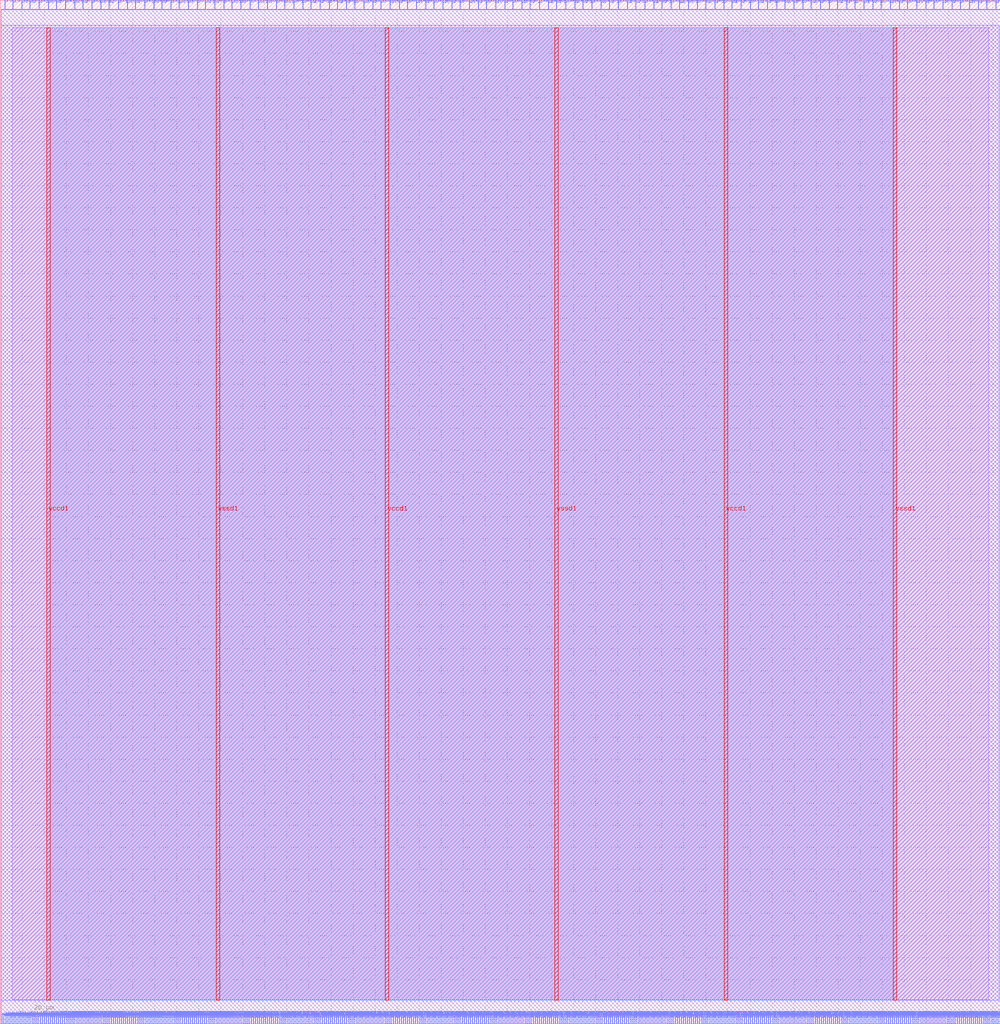
<source format=lef>
VERSION 5.7 ;
  NOWIREEXTENSIONATPIN ON ;
  DIVIDERCHAR "/" ;
  BUSBITCHARS "[]" ;
MACRO user_project
  CLASS BLOCK ;
  FOREIGN user_project ;
  ORIGIN 0.000 0.000 ;
  SIZE 453.410 BY 464.130 ;
  PIN io_in[0]
    DIRECTION INPUT ;
    USE SIGNAL ;
    PORT
      LAYER met2 ;
        RECT 1.930 460.130 2.210 464.130 ;
    END
  END io_in[0]
  PIN io_in[10]
    DIRECTION INPUT ;
    USE SIGNAL ;
    PORT
      LAYER met2 ;
        RECT 121.070 460.130 121.350 464.130 ;
    END
  END io_in[10]
  PIN io_in[11]
    DIRECTION INPUT ;
    USE SIGNAL ;
    PORT
      LAYER met2 ;
        RECT 133.030 460.130 133.310 464.130 ;
    END
  END io_in[11]
  PIN io_in[12]
    DIRECTION INPUT ;
    USE SIGNAL ;
    PORT
      LAYER met2 ;
        RECT 144.990 460.130 145.270 464.130 ;
    END
  END io_in[12]
  PIN io_in[13]
    DIRECTION INPUT ;
    USE SIGNAL ;
    PORT
      LAYER met2 ;
        RECT 156.950 460.130 157.230 464.130 ;
    END
  END io_in[13]
  PIN io_in[14]
    DIRECTION INPUT ;
    USE SIGNAL ;
    PORT
      LAYER met2 ;
        RECT 168.910 460.130 169.190 464.130 ;
    END
  END io_in[14]
  PIN io_in[15]
    DIRECTION INPUT ;
    USE SIGNAL ;
    PORT
      LAYER met2 ;
        RECT 180.870 460.130 181.150 464.130 ;
    END
  END io_in[15]
  PIN io_in[16]
    DIRECTION INPUT ;
    USE SIGNAL ;
    PORT
      LAYER met2 ;
        RECT 192.830 460.130 193.110 464.130 ;
    END
  END io_in[16]
  PIN io_in[17]
    DIRECTION INPUT ;
    USE SIGNAL ;
    PORT
      LAYER met2 ;
        RECT 204.790 460.130 205.070 464.130 ;
    END
  END io_in[17]
  PIN io_in[18]
    DIRECTION INPUT ;
    USE SIGNAL ;
    PORT
      LAYER met2 ;
        RECT 216.750 460.130 217.030 464.130 ;
    END
  END io_in[18]
  PIN io_in[19]
    DIRECTION INPUT ;
    USE SIGNAL ;
    PORT
      LAYER met2 ;
        RECT 228.710 460.130 228.990 464.130 ;
    END
  END io_in[19]
  PIN io_in[1]
    DIRECTION INPUT ;
    USE SIGNAL ;
    PORT
      LAYER met2 ;
        RECT 13.430 460.130 13.710 464.130 ;
    END
  END io_in[1]
  PIN io_in[20]
    DIRECTION INPUT ;
    USE SIGNAL ;
    PORT
      LAYER met2 ;
        RECT 240.210 460.130 240.490 464.130 ;
    END
  END io_in[20]
  PIN io_in[21]
    DIRECTION INPUT ;
    USE SIGNAL ;
    PORT
      LAYER met2 ;
        RECT 252.170 460.130 252.450 464.130 ;
    END
  END io_in[21]
  PIN io_in[22]
    DIRECTION INPUT ;
    USE SIGNAL ;
    PORT
      LAYER met2 ;
        RECT 264.130 460.130 264.410 464.130 ;
    END
  END io_in[22]
  PIN io_in[23]
    DIRECTION INPUT ;
    USE SIGNAL ;
    PORT
      LAYER met2 ;
        RECT 276.090 460.130 276.370 464.130 ;
    END
  END io_in[23]
  PIN io_in[24]
    DIRECTION INPUT ;
    USE SIGNAL ;
    PORT
      LAYER met2 ;
        RECT 288.050 460.130 288.330 464.130 ;
    END
  END io_in[24]
  PIN io_in[25]
    DIRECTION INPUT ;
    USE SIGNAL ;
    PORT
      LAYER met2 ;
        RECT 300.010 460.130 300.290 464.130 ;
    END
  END io_in[25]
  PIN io_in[26]
    DIRECTION INPUT ;
    USE SIGNAL ;
    PORT
      LAYER met2 ;
        RECT 311.970 460.130 312.250 464.130 ;
    END
  END io_in[26]
  PIN io_in[27]
    DIRECTION INPUT ;
    USE SIGNAL ;
    PORT
      LAYER met2 ;
        RECT 323.930 460.130 324.210 464.130 ;
    END
  END io_in[27]
  PIN io_in[28]
    DIRECTION INPUT ;
    USE SIGNAL ;
    PORT
      LAYER met2 ;
        RECT 335.890 460.130 336.170 464.130 ;
    END
  END io_in[28]
  PIN io_in[29]
    DIRECTION INPUT ;
    USE SIGNAL ;
    PORT
      LAYER met2 ;
        RECT 347.850 460.130 348.130 464.130 ;
    END
  END io_in[29]
  PIN io_in[2]
    DIRECTION INPUT ;
    USE SIGNAL ;
    PORT
      LAYER met2 ;
        RECT 25.390 460.130 25.670 464.130 ;
    END
  END io_in[2]
  PIN io_in[30]
    DIRECTION INPUT ;
    USE SIGNAL ;
    PORT
      LAYER met2 ;
        RECT 359.810 460.130 360.090 464.130 ;
    END
  END io_in[30]
  PIN io_in[31]
    DIRECTION INPUT ;
    USE SIGNAL ;
    PORT
      LAYER met2 ;
        RECT 371.770 460.130 372.050 464.130 ;
    END
  END io_in[31]
  PIN io_in[32]
    DIRECTION INPUT ;
    USE SIGNAL ;
    PORT
      LAYER met2 ;
        RECT 383.730 460.130 384.010 464.130 ;
    END
  END io_in[32]
  PIN io_in[33]
    DIRECTION INPUT ;
    USE SIGNAL ;
    PORT
      LAYER met2 ;
        RECT 395.690 460.130 395.970 464.130 ;
    END
  END io_in[33]
  PIN io_in[34]
    DIRECTION INPUT ;
    USE SIGNAL ;
    PORT
      LAYER met2 ;
        RECT 407.650 460.130 407.930 464.130 ;
    END
  END io_in[34]
  PIN io_in[35]
    DIRECTION INPUT ;
    USE SIGNAL ;
    PORT
      LAYER met2 ;
        RECT 419.610 460.130 419.890 464.130 ;
    END
  END io_in[35]
  PIN io_in[36]
    DIRECTION INPUT ;
    USE SIGNAL ;
    PORT
      LAYER met2 ;
        RECT 431.570 460.130 431.850 464.130 ;
    END
  END io_in[36]
  PIN io_in[37]
    DIRECTION INPUT ;
    USE SIGNAL ;
    PORT
      LAYER met2 ;
        RECT 443.530 460.130 443.810 464.130 ;
    END
  END io_in[37]
  PIN io_in[3]
    DIRECTION INPUT ;
    USE SIGNAL ;
    PORT
      LAYER met2 ;
        RECT 37.350 460.130 37.630 464.130 ;
    END
  END io_in[3]
  PIN io_in[4]
    DIRECTION INPUT ;
    USE SIGNAL ;
    PORT
      LAYER met2 ;
        RECT 49.310 460.130 49.590 464.130 ;
    END
  END io_in[4]
  PIN io_in[5]
    DIRECTION INPUT ;
    USE SIGNAL ;
    PORT
      LAYER met2 ;
        RECT 61.270 460.130 61.550 464.130 ;
    END
  END io_in[5]
  PIN io_in[6]
    DIRECTION INPUT ;
    USE SIGNAL ;
    PORT
      LAYER met2 ;
        RECT 73.230 460.130 73.510 464.130 ;
    END
  END io_in[6]
  PIN io_in[7]
    DIRECTION INPUT ;
    USE SIGNAL ;
    PORT
      LAYER met2 ;
        RECT 85.190 460.130 85.470 464.130 ;
    END
  END io_in[7]
  PIN io_in[8]
    DIRECTION INPUT ;
    USE SIGNAL ;
    PORT
      LAYER met2 ;
        RECT 97.150 460.130 97.430 464.130 ;
    END
  END io_in[8]
  PIN io_in[9]
    DIRECTION INPUT ;
    USE SIGNAL ;
    PORT
      LAYER met2 ;
        RECT 109.110 460.130 109.390 464.130 ;
    END
  END io_in[9]
  PIN io_oeb[0]
    DIRECTION OUTPUT TRISTATE ;
    USE SIGNAL ;
    PORT
      LAYER met2 ;
        RECT 5.610 460.130 5.890 464.130 ;
    END
  END io_oeb[0]
  PIN io_oeb[10]
    DIRECTION OUTPUT TRISTATE ;
    USE SIGNAL ;
    PORT
      LAYER met2 ;
        RECT 125.210 460.130 125.490 464.130 ;
    END
  END io_oeb[10]
  PIN io_oeb[11]
    DIRECTION OUTPUT TRISTATE ;
    USE SIGNAL ;
    PORT
      LAYER met2 ;
        RECT 137.170 460.130 137.450 464.130 ;
    END
  END io_oeb[11]
  PIN io_oeb[12]
    DIRECTION OUTPUT TRISTATE ;
    USE SIGNAL ;
    PORT
      LAYER met2 ;
        RECT 149.130 460.130 149.410 464.130 ;
    END
  END io_oeb[12]
  PIN io_oeb[13]
    DIRECTION OUTPUT TRISTATE ;
    USE SIGNAL ;
    PORT
      LAYER met2 ;
        RECT 160.630 460.130 160.910 464.130 ;
    END
  END io_oeb[13]
  PIN io_oeb[14]
    DIRECTION OUTPUT TRISTATE ;
    USE SIGNAL ;
    PORT
      LAYER met2 ;
        RECT 172.590 460.130 172.870 464.130 ;
    END
  END io_oeb[14]
  PIN io_oeb[15]
    DIRECTION OUTPUT TRISTATE ;
    USE SIGNAL ;
    PORT
      LAYER met2 ;
        RECT 184.550 460.130 184.830 464.130 ;
    END
  END io_oeb[15]
  PIN io_oeb[16]
    DIRECTION OUTPUT TRISTATE ;
    USE SIGNAL ;
    PORT
      LAYER met2 ;
        RECT 196.510 460.130 196.790 464.130 ;
    END
  END io_oeb[16]
  PIN io_oeb[17]
    DIRECTION OUTPUT TRISTATE ;
    USE SIGNAL ;
    PORT
      LAYER met2 ;
        RECT 208.470 460.130 208.750 464.130 ;
    END
  END io_oeb[17]
  PIN io_oeb[18]
    DIRECTION OUTPUT TRISTATE ;
    USE SIGNAL ;
    PORT
      LAYER met2 ;
        RECT 220.430 460.130 220.710 464.130 ;
    END
  END io_oeb[18]
  PIN io_oeb[19]
    DIRECTION OUTPUT TRISTATE ;
    USE SIGNAL ;
    PORT
      LAYER met2 ;
        RECT 232.390 460.130 232.670 464.130 ;
    END
  END io_oeb[19]
  PIN io_oeb[1]
    DIRECTION OUTPUT TRISTATE ;
    USE SIGNAL ;
    PORT
      LAYER met2 ;
        RECT 17.570 460.130 17.850 464.130 ;
    END
  END io_oeb[1]
  PIN io_oeb[20]
    DIRECTION OUTPUT TRISTATE ;
    USE SIGNAL ;
    PORT
      LAYER met2 ;
        RECT 244.350 460.130 244.630 464.130 ;
    END
  END io_oeb[20]
  PIN io_oeb[21]
    DIRECTION OUTPUT TRISTATE ;
    USE SIGNAL ;
    PORT
      LAYER met2 ;
        RECT 256.310 460.130 256.590 464.130 ;
    END
  END io_oeb[21]
  PIN io_oeb[22]
    DIRECTION OUTPUT TRISTATE ;
    USE SIGNAL ;
    PORT
      LAYER met2 ;
        RECT 268.270 460.130 268.550 464.130 ;
    END
  END io_oeb[22]
  PIN io_oeb[23]
    DIRECTION OUTPUT TRISTATE ;
    USE SIGNAL ;
    PORT
      LAYER met2 ;
        RECT 280.230 460.130 280.510 464.130 ;
    END
  END io_oeb[23]
  PIN io_oeb[24]
    DIRECTION OUTPUT TRISTATE ;
    USE SIGNAL ;
    PORT
      LAYER met2 ;
        RECT 292.190 460.130 292.470 464.130 ;
    END
  END io_oeb[24]
  PIN io_oeb[25]
    DIRECTION OUTPUT TRISTATE ;
    USE SIGNAL ;
    PORT
      LAYER met2 ;
        RECT 304.150 460.130 304.430 464.130 ;
    END
  END io_oeb[25]
  PIN io_oeb[26]
    DIRECTION OUTPUT TRISTATE ;
    USE SIGNAL ;
    PORT
      LAYER met2 ;
        RECT 316.110 460.130 316.390 464.130 ;
    END
  END io_oeb[26]
  PIN io_oeb[27]
    DIRECTION OUTPUT TRISTATE ;
    USE SIGNAL ;
    PORT
      LAYER met2 ;
        RECT 328.070 460.130 328.350 464.130 ;
    END
  END io_oeb[27]
  PIN io_oeb[28]
    DIRECTION OUTPUT TRISTATE ;
    USE SIGNAL ;
    PORT
      LAYER met2 ;
        RECT 340.030 460.130 340.310 464.130 ;
    END
  END io_oeb[28]
  PIN io_oeb[29]
    DIRECTION OUTPUT TRISTATE ;
    USE SIGNAL ;
    PORT
      LAYER met2 ;
        RECT 351.990 460.130 352.270 464.130 ;
    END
  END io_oeb[29]
  PIN io_oeb[2]
    DIRECTION OUTPUT TRISTATE ;
    USE SIGNAL ;
    PORT
      LAYER met2 ;
        RECT 29.530 460.130 29.810 464.130 ;
    END
  END io_oeb[2]
  PIN io_oeb[30]
    DIRECTION OUTPUT TRISTATE ;
    USE SIGNAL ;
    PORT
      LAYER met2 ;
        RECT 363.950 460.130 364.230 464.130 ;
    END
  END io_oeb[30]
  PIN io_oeb[31]
    DIRECTION OUTPUT TRISTATE ;
    USE SIGNAL ;
    PORT
      LAYER met2 ;
        RECT 375.910 460.130 376.190 464.130 ;
    END
  END io_oeb[31]
  PIN io_oeb[32]
    DIRECTION OUTPUT TRISTATE ;
    USE SIGNAL ;
    PORT
      LAYER met2 ;
        RECT 387.410 460.130 387.690 464.130 ;
    END
  END io_oeb[32]
  PIN io_oeb[33]
    DIRECTION OUTPUT TRISTATE ;
    USE SIGNAL ;
    PORT
      LAYER met2 ;
        RECT 399.370 460.130 399.650 464.130 ;
    END
  END io_oeb[33]
  PIN io_oeb[34]
    DIRECTION OUTPUT TRISTATE ;
    USE SIGNAL ;
    PORT
      LAYER met2 ;
        RECT 411.330 460.130 411.610 464.130 ;
    END
  END io_oeb[34]
  PIN io_oeb[35]
    DIRECTION OUTPUT TRISTATE ;
    USE SIGNAL ;
    PORT
      LAYER met2 ;
        RECT 423.290 460.130 423.570 464.130 ;
    END
  END io_oeb[35]
  PIN io_oeb[36]
    DIRECTION OUTPUT TRISTATE ;
    USE SIGNAL ;
    PORT
      LAYER met2 ;
        RECT 435.250 460.130 435.530 464.130 ;
    END
  END io_oeb[36]
  PIN io_oeb[37]
    DIRECTION OUTPUT TRISTATE ;
    USE SIGNAL ;
    PORT
      LAYER met2 ;
        RECT 447.210 460.130 447.490 464.130 ;
    END
  END io_oeb[37]
  PIN io_oeb[3]
    DIRECTION OUTPUT TRISTATE ;
    USE SIGNAL ;
    PORT
      LAYER met2 ;
        RECT 41.490 460.130 41.770 464.130 ;
    END
  END io_oeb[3]
  PIN io_oeb[4]
    DIRECTION OUTPUT TRISTATE ;
    USE SIGNAL ;
    PORT
      LAYER met2 ;
        RECT 53.450 460.130 53.730 464.130 ;
    END
  END io_oeb[4]
  PIN io_oeb[5]
    DIRECTION OUTPUT TRISTATE ;
    USE SIGNAL ;
    PORT
      LAYER met2 ;
        RECT 65.410 460.130 65.690 464.130 ;
    END
  END io_oeb[5]
  PIN io_oeb[6]
    DIRECTION OUTPUT TRISTATE ;
    USE SIGNAL ;
    PORT
      LAYER met2 ;
        RECT 77.370 460.130 77.650 464.130 ;
    END
  END io_oeb[6]
  PIN io_oeb[7]
    DIRECTION OUTPUT TRISTATE ;
    USE SIGNAL ;
    PORT
      LAYER met2 ;
        RECT 89.330 460.130 89.610 464.130 ;
    END
  END io_oeb[7]
  PIN io_oeb[8]
    DIRECTION OUTPUT TRISTATE ;
    USE SIGNAL ;
    PORT
      LAYER met2 ;
        RECT 101.290 460.130 101.570 464.130 ;
    END
  END io_oeb[8]
  PIN io_oeb[9]
    DIRECTION OUTPUT TRISTATE ;
    USE SIGNAL ;
    PORT
      LAYER met2 ;
        RECT 113.250 460.130 113.530 464.130 ;
    END
  END io_oeb[9]
  PIN io_out[0]
    DIRECTION OUTPUT TRISTATE ;
    USE SIGNAL ;
    PORT
      LAYER met2 ;
        RECT 9.750 460.130 10.030 464.130 ;
    END
  END io_out[0]
  PIN io_out[10]
    DIRECTION OUTPUT TRISTATE ;
    USE SIGNAL ;
    PORT
      LAYER met2 ;
        RECT 128.890 460.130 129.170 464.130 ;
    END
  END io_out[10]
  PIN io_out[11]
    DIRECTION OUTPUT TRISTATE ;
    USE SIGNAL ;
    PORT
      LAYER met2 ;
        RECT 140.850 460.130 141.130 464.130 ;
    END
  END io_out[11]
  PIN io_out[12]
    DIRECTION OUTPUT TRISTATE ;
    USE SIGNAL ;
    PORT
      LAYER met2 ;
        RECT 152.810 460.130 153.090 464.130 ;
    END
  END io_out[12]
  PIN io_out[13]
    DIRECTION OUTPUT TRISTATE ;
    USE SIGNAL ;
    PORT
      LAYER met2 ;
        RECT 164.770 460.130 165.050 464.130 ;
    END
  END io_out[13]
  PIN io_out[14]
    DIRECTION OUTPUT TRISTATE ;
    USE SIGNAL ;
    PORT
      LAYER met2 ;
        RECT 176.730 460.130 177.010 464.130 ;
    END
  END io_out[14]
  PIN io_out[15]
    DIRECTION OUTPUT TRISTATE ;
    USE SIGNAL ;
    PORT
      LAYER met2 ;
        RECT 188.690 460.130 188.970 464.130 ;
    END
  END io_out[15]
  PIN io_out[16]
    DIRECTION OUTPUT TRISTATE ;
    USE SIGNAL ;
    PORT
      LAYER met2 ;
        RECT 200.650 460.130 200.930 464.130 ;
    END
  END io_out[16]
  PIN io_out[17]
    DIRECTION OUTPUT TRISTATE ;
    USE SIGNAL ;
    PORT
      LAYER met2 ;
        RECT 212.610 460.130 212.890 464.130 ;
    END
  END io_out[17]
  PIN io_out[18]
    DIRECTION OUTPUT TRISTATE ;
    USE SIGNAL ;
    PORT
      LAYER met2 ;
        RECT 224.570 460.130 224.850 464.130 ;
    END
  END io_out[18]
  PIN io_out[19]
    DIRECTION OUTPUT TRISTATE ;
    USE SIGNAL ;
    PORT
      LAYER met2 ;
        RECT 236.530 460.130 236.810 464.130 ;
    END
  END io_out[19]
  PIN io_out[1]
    DIRECTION OUTPUT TRISTATE ;
    USE SIGNAL ;
    PORT
      LAYER met2 ;
        RECT 21.710 460.130 21.990 464.130 ;
    END
  END io_out[1]
  PIN io_out[20]
    DIRECTION OUTPUT TRISTATE ;
    USE SIGNAL ;
    PORT
      LAYER met2 ;
        RECT 248.490 460.130 248.770 464.130 ;
    END
  END io_out[20]
  PIN io_out[21]
    DIRECTION OUTPUT TRISTATE ;
    USE SIGNAL ;
    PORT
      LAYER met2 ;
        RECT 260.450 460.130 260.730 464.130 ;
    END
  END io_out[21]
  PIN io_out[22]
    DIRECTION OUTPUT TRISTATE ;
    USE SIGNAL ;
    PORT
      LAYER met2 ;
        RECT 272.410 460.130 272.690 464.130 ;
    END
  END io_out[22]
  PIN io_out[23]
    DIRECTION OUTPUT TRISTATE ;
    USE SIGNAL ;
    PORT
      LAYER met2 ;
        RECT 284.370 460.130 284.650 464.130 ;
    END
  END io_out[23]
  PIN io_out[24]
    DIRECTION OUTPUT TRISTATE ;
    USE SIGNAL ;
    PORT
      LAYER met2 ;
        RECT 296.330 460.130 296.610 464.130 ;
    END
  END io_out[24]
  PIN io_out[25]
    DIRECTION OUTPUT TRISTATE ;
    USE SIGNAL ;
    PORT
      LAYER met2 ;
        RECT 307.830 460.130 308.110 464.130 ;
    END
  END io_out[25]
  PIN io_out[26]
    DIRECTION OUTPUT TRISTATE ;
    USE SIGNAL ;
    PORT
      LAYER met2 ;
        RECT 319.790 460.130 320.070 464.130 ;
    END
  END io_out[26]
  PIN io_out[27]
    DIRECTION OUTPUT TRISTATE ;
    USE SIGNAL ;
    PORT
      LAYER met2 ;
        RECT 331.750 460.130 332.030 464.130 ;
    END
  END io_out[27]
  PIN io_out[28]
    DIRECTION OUTPUT TRISTATE ;
    USE SIGNAL ;
    PORT
      LAYER met2 ;
        RECT 343.710 460.130 343.990 464.130 ;
    END
  END io_out[28]
  PIN io_out[29]
    DIRECTION OUTPUT TRISTATE ;
    USE SIGNAL ;
    PORT
      LAYER met2 ;
        RECT 355.670 460.130 355.950 464.130 ;
    END
  END io_out[29]
  PIN io_out[2]
    DIRECTION OUTPUT TRISTATE ;
    USE SIGNAL ;
    PORT
      LAYER met2 ;
        RECT 33.670 460.130 33.950 464.130 ;
    END
  END io_out[2]
  PIN io_out[30]
    DIRECTION OUTPUT TRISTATE ;
    USE SIGNAL ;
    PORT
      LAYER met2 ;
        RECT 367.630 460.130 367.910 464.130 ;
    END
  END io_out[30]
  PIN io_out[31]
    DIRECTION OUTPUT TRISTATE ;
    USE SIGNAL ;
    PORT
      LAYER met2 ;
        RECT 379.590 460.130 379.870 464.130 ;
    END
  END io_out[31]
  PIN io_out[32]
    DIRECTION OUTPUT TRISTATE ;
    USE SIGNAL ;
    PORT
      LAYER met2 ;
        RECT 391.550 460.130 391.830 464.130 ;
    END
  END io_out[32]
  PIN io_out[33]
    DIRECTION OUTPUT TRISTATE ;
    USE SIGNAL ;
    PORT
      LAYER met2 ;
        RECT 403.510 460.130 403.790 464.130 ;
    END
  END io_out[33]
  PIN io_out[34]
    DIRECTION OUTPUT TRISTATE ;
    USE SIGNAL ;
    PORT
      LAYER met2 ;
        RECT 415.470 460.130 415.750 464.130 ;
    END
  END io_out[34]
  PIN io_out[35]
    DIRECTION OUTPUT TRISTATE ;
    USE SIGNAL ;
    PORT
      LAYER met2 ;
        RECT 427.430 460.130 427.710 464.130 ;
    END
  END io_out[35]
  PIN io_out[36]
    DIRECTION OUTPUT TRISTATE ;
    USE SIGNAL ;
    PORT
      LAYER met2 ;
        RECT 439.390 460.130 439.670 464.130 ;
    END
  END io_out[36]
  PIN io_out[37]
    DIRECTION OUTPUT TRISTATE ;
    USE SIGNAL ;
    PORT
      LAYER met2 ;
        RECT 451.350 460.130 451.630 464.130 ;
    END
  END io_out[37]
  PIN io_out[3]
    DIRECTION OUTPUT TRISTATE ;
    USE SIGNAL ;
    PORT
      LAYER met2 ;
        RECT 45.630 460.130 45.910 464.130 ;
    END
  END io_out[3]
  PIN io_out[4]
    DIRECTION OUTPUT TRISTATE ;
    USE SIGNAL ;
    PORT
      LAYER met2 ;
        RECT 57.590 460.130 57.870 464.130 ;
    END
  END io_out[4]
  PIN io_out[5]
    DIRECTION OUTPUT TRISTATE ;
    USE SIGNAL ;
    PORT
      LAYER met2 ;
        RECT 69.550 460.130 69.830 464.130 ;
    END
  END io_out[5]
  PIN io_out[6]
    DIRECTION OUTPUT TRISTATE ;
    USE SIGNAL ;
    PORT
      LAYER met2 ;
        RECT 81.050 460.130 81.330 464.130 ;
    END
  END io_out[6]
  PIN io_out[7]
    DIRECTION OUTPUT TRISTATE ;
    USE SIGNAL ;
    PORT
      LAYER met2 ;
        RECT 93.010 460.130 93.290 464.130 ;
    END
  END io_out[7]
  PIN io_out[8]
    DIRECTION OUTPUT TRISTATE ;
    USE SIGNAL ;
    PORT
      LAYER met2 ;
        RECT 104.970 460.130 105.250 464.130 ;
    END
  END io_out[8]
  PIN io_out[9]
    DIRECTION OUTPUT TRISTATE ;
    USE SIGNAL ;
    PORT
      LAYER met2 ;
        RECT 116.930 460.130 117.210 464.130 ;
    END
  END io_out[9]
  PIN irq[0]
    DIRECTION OUTPUT TRISTATE ;
    USE SIGNAL ;
    PORT
      LAYER met2 ;
        RECT 451.350 0.000 451.630 4.000 ;
    END
  END irq[0]
  PIN irq[1]
    DIRECTION OUTPUT TRISTATE ;
    USE SIGNAL ;
    PORT
      LAYER met2 ;
        RECT 452.270 0.000 452.550 4.000 ;
    END
  END irq[1]
  PIN irq[2]
    DIRECTION OUTPUT TRISTATE ;
    USE SIGNAL ;
    PORT
      LAYER met2 ;
        RECT 453.190 0.000 453.470 4.000 ;
    END
  END irq[2]
  PIN la_data_in[0]
    DIRECTION INPUT ;
    USE SIGNAL ;
    PORT
      LAYER met2 ;
        RECT 98.070 0.000 98.350 4.000 ;
    END
  END la_data_in[0]
  PIN la_data_in[100]
    DIRECTION INPUT ;
    USE SIGNAL ;
    PORT
      LAYER met2 ;
        RECT 374.070 0.000 374.350 4.000 ;
    END
  END la_data_in[100]
  PIN la_data_in[101]
    DIRECTION INPUT ;
    USE SIGNAL ;
    PORT
      LAYER met2 ;
        RECT 376.830 0.000 377.110 4.000 ;
    END
  END la_data_in[101]
  PIN la_data_in[102]
    DIRECTION INPUT ;
    USE SIGNAL ;
    PORT
      LAYER met2 ;
        RECT 379.590 0.000 379.870 4.000 ;
    END
  END la_data_in[102]
  PIN la_data_in[103]
    DIRECTION INPUT ;
    USE SIGNAL ;
    PORT
      LAYER met2 ;
        RECT 382.350 0.000 382.630 4.000 ;
    END
  END la_data_in[103]
  PIN la_data_in[104]
    DIRECTION INPUT ;
    USE SIGNAL ;
    PORT
      LAYER met2 ;
        RECT 385.110 0.000 385.390 4.000 ;
    END
  END la_data_in[104]
  PIN la_data_in[105]
    DIRECTION INPUT ;
    USE SIGNAL ;
    PORT
      LAYER met2 ;
        RECT 387.870 0.000 388.150 4.000 ;
    END
  END la_data_in[105]
  PIN la_data_in[106]
    DIRECTION INPUT ;
    USE SIGNAL ;
    PORT
      LAYER met2 ;
        RECT 390.630 0.000 390.910 4.000 ;
    END
  END la_data_in[106]
  PIN la_data_in[107]
    DIRECTION INPUT ;
    USE SIGNAL ;
    PORT
      LAYER met2 ;
        RECT 393.390 0.000 393.670 4.000 ;
    END
  END la_data_in[107]
  PIN la_data_in[108]
    DIRECTION INPUT ;
    USE SIGNAL ;
    PORT
      LAYER met2 ;
        RECT 396.150 0.000 396.430 4.000 ;
    END
  END la_data_in[108]
  PIN la_data_in[109]
    DIRECTION INPUT ;
    USE SIGNAL ;
    PORT
      LAYER met2 ;
        RECT 398.910 0.000 399.190 4.000 ;
    END
  END la_data_in[109]
  PIN la_data_in[10]
    DIRECTION INPUT ;
    USE SIGNAL ;
    PORT
      LAYER met2 ;
        RECT 125.670 0.000 125.950 4.000 ;
    END
  END la_data_in[10]
  PIN la_data_in[110]
    DIRECTION INPUT ;
    USE SIGNAL ;
    PORT
      LAYER met2 ;
        RECT 401.670 0.000 401.950 4.000 ;
    END
  END la_data_in[110]
  PIN la_data_in[111]
    DIRECTION INPUT ;
    USE SIGNAL ;
    PORT
      LAYER met2 ;
        RECT 404.430 0.000 404.710 4.000 ;
    END
  END la_data_in[111]
  PIN la_data_in[112]
    DIRECTION INPUT ;
    USE SIGNAL ;
    PORT
      LAYER met2 ;
        RECT 407.190 0.000 407.470 4.000 ;
    END
  END la_data_in[112]
  PIN la_data_in[113]
    DIRECTION INPUT ;
    USE SIGNAL ;
    PORT
      LAYER met2 ;
        RECT 409.950 0.000 410.230 4.000 ;
    END
  END la_data_in[113]
  PIN la_data_in[114]
    DIRECTION INPUT ;
    USE SIGNAL ;
    PORT
      LAYER met2 ;
        RECT 412.710 0.000 412.990 4.000 ;
    END
  END la_data_in[114]
  PIN la_data_in[115]
    DIRECTION INPUT ;
    USE SIGNAL ;
    PORT
      LAYER met2 ;
        RECT 415.470 0.000 415.750 4.000 ;
    END
  END la_data_in[115]
  PIN la_data_in[116]
    DIRECTION INPUT ;
    USE SIGNAL ;
    PORT
      LAYER met2 ;
        RECT 418.230 0.000 418.510 4.000 ;
    END
  END la_data_in[116]
  PIN la_data_in[117]
    DIRECTION INPUT ;
    USE SIGNAL ;
    PORT
      LAYER met2 ;
        RECT 420.990 0.000 421.270 4.000 ;
    END
  END la_data_in[117]
  PIN la_data_in[118]
    DIRECTION INPUT ;
    USE SIGNAL ;
    PORT
      LAYER met2 ;
        RECT 423.750 0.000 424.030 4.000 ;
    END
  END la_data_in[118]
  PIN la_data_in[119]
    DIRECTION INPUT ;
    USE SIGNAL ;
    PORT
      LAYER met2 ;
        RECT 426.510 0.000 426.790 4.000 ;
    END
  END la_data_in[119]
  PIN la_data_in[11]
    DIRECTION INPUT ;
    USE SIGNAL ;
    PORT
      LAYER met2 ;
        RECT 128.430 0.000 128.710 4.000 ;
    END
  END la_data_in[11]
  PIN la_data_in[120]
    DIRECTION INPUT ;
    USE SIGNAL ;
    PORT
      LAYER met2 ;
        RECT 429.270 0.000 429.550 4.000 ;
    END
  END la_data_in[120]
  PIN la_data_in[121]
    DIRECTION INPUT ;
    USE SIGNAL ;
    PORT
      LAYER met2 ;
        RECT 432.030 0.000 432.310 4.000 ;
    END
  END la_data_in[121]
  PIN la_data_in[122]
    DIRECTION INPUT ;
    USE SIGNAL ;
    PORT
      LAYER met2 ;
        RECT 434.790 0.000 435.070 4.000 ;
    END
  END la_data_in[122]
  PIN la_data_in[123]
    DIRECTION INPUT ;
    USE SIGNAL ;
    PORT
      LAYER met2 ;
        RECT 437.550 0.000 437.830 4.000 ;
    END
  END la_data_in[123]
  PIN la_data_in[124]
    DIRECTION INPUT ;
    USE SIGNAL ;
    PORT
      LAYER met2 ;
        RECT 440.310 0.000 440.590 4.000 ;
    END
  END la_data_in[124]
  PIN la_data_in[125]
    DIRECTION INPUT ;
    USE SIGNAL ;
    PORT
      LAYER met2 ;
        RECT 443.070 0.000 443.350 4.000 ;
    END
  END la_data_in[125]
  PIN la_data_in[126]
    DIRECTION INPUT ;
    USE SIGNAL ;
    PORT
      LAYER met2 ;
        RECT 445.830 0.000 446.110 4.000 ;
    END
  END la_data_in[126]
  PIN la_data_in[127]
    DIRECTION INPUT ;
    USE SIGNAL ;
    PORT
      LAYER met2 ;
        RECT 448.590 0.000 448.870 4.000 ;
    END
  END la_data_in[127]
  PIN la_data_in[12]
    DIRECTION INPUT ;
    USE SIGNAL ;
    PORT
      LAYER met2 ;
        RECT 131.190 0.000 131.470 4.000 ;
    END
  END la_data_in[12]
  PIN la_data_in[13]
    DIRECTION INPUT ;
    USE SIGNAL ;
    PORT
      LAYER met2 ;
        RECT 133.950 0.000 134.230 4.000 ;
    END
  END la_data_in[13]
  PIN la_data_in[14]
    DIRECTION INPUT ;
    USE SIGNAL ;
    PORT
      LAYER met2 ;
        RECT 136.710 0.000 136.990 4.000 ;
    END
  END la_data_in[14]
  PIN la_data_in[15]
    DIRECTION INPUT ;
    USE SIGNAL ;
    PORT
      LAYER met2 ;
        RECT 139.470 0.000 139.750 4.000 ;
    END
  END la_data_in[15]
  PIN la_data_in[16]
    DIRECTION INPUT ;
    USE SIGNAL ;
    PORT
      LAYER met2 ;
        RECT 142.230 0.000 142.510 4.000 ;
    END
  END la_data_in[16]
  PIN la_data_in[17]
    DIRECTION INPUT ;
    USE SIGNAL ;
    PORT
      LAYER met2 ;
        RECT 144.990 0.000 145.270 4.000 ;
    END
  END la_data_in[17]
  PIN la_data_in[18]
    DIRECTION INPUT ;
    USE SIGNAL ;
    PORT
      LAYER met2 ;
        RECT 147.750 0.000 148.030 4.000 ;
    END
  END la_data_in[18]
  PIN la_data_in[19]
    DIRECTION INPUT ;
    USE SIGNAL ;
    PORT
      LAYER met2 ;
        RECT 150.510 0.000 150.790 4.000 ;
    END
  END la_data_in[19]
  PIN la_data_in[1]
    DIRECTION INPUT ;
    USE SIGNAL ;
    PORT
      LAYER met2 ;
        RECT 100.830 0.000 101.110 4.000 ;
    END
  END la_data_in[1]
  PIN la_data_in[20]
    DIRECTION INPUT ;
    USE SIGNAL ;
    PORT
      LAYER met2 ;
        RECT 153.270 0.000 153.550 4.000 ;
    END
  END la_data_in[20]
  PIN la_data_in[21]
    DIRECTION INPUT ;
    USE SIGNAL ;
    PORT
      LAYER met2 ;
        RECT 156.030 0.000 156.310 4.000 ;
    END
  END la_data_in[21]
  PIN la_data_in[22]
    DIRECTION INPUT ;
    USE SIGNAL ;
    PORT
      LAYER met2 ;
        RECT 158.790 0.000 159.070 4.000 ;
    END
  END la_data_in[22]
  PIN la_data_in[23]
    DIRECTION INPUT ;
    USE SIGNAL ;
    PORT
      LAYER met2 ;
        RECT 161.550 0.000 161.830 4.000 ;
    END
  END la_data_in[23]
  PIN la_data_in[24]
    DIRECTION INPUT ;
    USE SIGNAL ;
    PORT
      LAYER met2 ;
        RECT 164.310 0.000 164.590 4.000 ;
    END
  END la_data_in[24]
  PIN la_data_in[25]
    DIRECTION INPUT ;
    USE SIGNAL ;
    PORT
      LAYER met2 ;
        RECT 167.070 0.000 167.350 4.000 ;
    END
  END la_data_in[25]
  PIN la_data_in[26]
    DIRECTION INPUT ;
    USE SIGNAL ;
    PORT
      LAYER met2 ;
        RECT 169.830 0.000 170.110 4.000 ;
    END
  END la_data_in[26]
  PIN la_data_in[27]
    DIRECTION INPUT ;
    USE SIGNAL ;
    PORT
      LAYER met2 ;
        RECT 172.590 0.000 172.870 4.000 ;
    END
  END la_data_in[27]
  PIN la_data_in[28]
    DIRECTION INPUT ;
    USE SIGNAL ;
    PORT
      LAYER met2 ;
        RECT 175.350 0.000 175.630 4.000 ;
    END
  END la_data_in[28]
  PIN la_data_in[29]
    DIRECTION INPUT ;
    USE SIGNAL ;
    PORT
      LAYER met2 ;
        RECT 178.110 0.000 178.390 4.000 ;
    END
  END la_data_in[29]
  PIN la_data_in[2]
    DIRECTION INPUT ;
    USE SIGNAL ;
    PORT
      LAYER met2 ;
        RECT 103.590 0.000 103.870 4.000 ;
    END
  END la_data_in[2]
  PIN la_data_in[30]
    DIRECTION INPUT ;
    USE SIGNAL ;
    PORT
      LAYER met2 ;
        RECT 180.870 0.000 181.150 4.000 ;
    END
  END la_data_in[30]
  PIN la_data_in[31]
    DIRECTION INPUT ;
    USE SIGNAL ;
    PORT
      LAYER met2 ;
        RECT 183.630 0.000 183.910 4.000 ;
    END
  END la_data_in[31]
  PIN la_data_in[32]
    DIRECTION INPUT ;
    USE SIGNAL ;
    PORT
      LAYER met2 ;
        RECT 186.390 0.000 186.670 4.000 ;
    END
  END la_data_in[32]
  PIN la_data_in[33]
    DIRECTION INPUT ;
    USE SIGNAL ;
    PORT
      LAYER met2 ;
        RECT 189.150 0.000 189.430 4.000 ;
    END
  END la_data_in[33]
  PIN la_data_in[34]
    DIRECTION INPUT ;
    USE SIGNAL ;
    PORT
      LAYER met2 ;
        RECT 191.910 0.000 192.190 4.000 ;
    END
  END la_data_in[34]
  PIN la_data_in[35]
    DIRECTION INPUT ;
    USE SIGNAL ;
    PORT
      LAYER met2 ;
        RECT 194.670 0.000 194.950 4.000 ;
    END
  END la_data_in[35]
  PIN la_data_in[36]
    DIRECTION INPUT ;
    USE SIGNAL ;
    PORT
      LAYER met2 ;
        RECT 197.430 0.000 197.710 4.000 ;
    END
  END la_data_in[36]
  PIN la_data_in[37]
    DIRECTION INPUT ;
    USE SIGNAL ;
    PORT
      LAYER met2 ;
        RECT 200.190 0.000 200.470 4.000 ;
    END
  END la_data_in[37]
  PIN la_data_in[38]
    DIRECTION INPUT ;
    USE SIGNAL ;
    PORT
      LAYER met2 ;
        RECT 202.950 0.000 203.230 4.000 ;
    END
  END la_data_in[38]
  PIN la_data_in[39]
    DIRECTION INPUT ;
    USE SIGNAL ;
    PORT
      LAYER met2 ;
        RECT 205.710 0.000 205.990 4.000 ;
    END
  END la_data_in[39]
  PIN la_data_in[3]
    DIRECTION INPUT ;
    USE SIGNAL ;
    PORT
      LAYER met2 ;
        RECT 106.350 0.000 106.630 4.000 ;
    END
  END la_data_in[3]
  PIN la_data_in[40]
    DIRECTION INPUT ;
    USE SIGNAL ;
    PORT
      LAYER met2 ;
        RECT 208.470 0.000 208.750 4.000 ;
    END
  END la_data_in[40]
  PIN la_data_in[41]
    DIRECTION INPUT ;
    USE SIGNAL ;
    PORT
      LAYER met2 ;
        RECT 211.230 0.000 211.510 4.000 ;
    END
  END la_data_in[41]
  PIN la_data_in[42]
    DIRECTION INPUT ;
    USE SIGNAL ;
    PORT
      LAYER met2 ;
        RECT 213.990 0.000 214.270 4.000 ;
    END
  END la_data_in[42]
  PIN la_data_in[43]
    DIRECTION INPUT ;
    USE SIGNAL ;
    PORT
      LAYER met2 ;
        RECT 216.750 0.000 217.030 4.000 ;
    END
  END la_data_in[43]
  PIN la_data_in[44]
    DIRECTION INPUT ;
    USE SIGNAL ;
    PORT
      LAYER met2 ;
        RECT 219.510 0.000 219.790 4.000 ;
    END
  END la_data_in[44]
  PIN la_data_in[45]
    DIRECTION INPUT ;
    USE SIGNAL ;
    PORT
      LAYER met2 ;
        RECT 222.270 0.000 222.550 4.000 ;
    END
  END la_data_in[45]
  PIN la_data_in[46]
    DIRECTION INPUT ;
    USE SIGNAL ;
    PORT
      LAYER met2 ;
        RECT 225.030 0.000 225.310 4.000 ;
    END
  END la_data_in[46]
  PIN la_data_in[47]
    DIRECTION INPUT ;
    USE SIGNAL ;
    PORT
      LAYER met2 ;
        RECT 227.790 0.000 228.070 4.000 ;
    END
  END la_data_in[47]
  PIN la_data_in[48]
    DIRECTION INPUT ;
    USE SIGNAL ;
    PORT
      LAYER met2 ;
        RECT 230.550 0.000 230.830 4.000 ;
    END
  END la_data_in[48]
  PIN la_data_in[49]
    DIRECTION INPUT ;
    USE SIGNAL ;
    PORT
      LAYER met2 ;
        RECT 233.310 0.000 233.590 4.000 ;
    END
  END la_data_in[49]
  PIN la_data_in[4]
    DIRECTION INPUT ;
    USE SIGNAL ;
    PORT
      LAYER met2 ;
        RECT 109.110 0.000 109.390 4.000 ;
    END
  END la_data_in[4]
  PIN la_data_in[50]
    DIRECTION INPUT ;
    USE SIGNAL ;
    PORT
      LAYER met2 ;
        RECT 236.070 0.000 236.350 4.000 ;
    END
  END la_data_in[50]
  PIN la_data_in[51]
    DIRECTION INPUT ;
    USE SIGNAL ;
    PORT
      LAYER met2 ;
        RECT 238.830 0.000 239.110 4.000 ;
    END
  END la_data_in[51]
  PIN la_data_in[52]
    DIRECTION INPUT ;
    USE SIGNAL ;
    PORT
      LAYER met2 ;
        RECT 241.590 0.000 241.870 4.000 ;
    END
  END la_data_in[52]
  PIN la_data_in[53]
    DIRECTION INPUT ;
    USE SIGNAL ;
    PORT
      LAYER met2 ;
        RECT 244.350 0.000 244.630 4.000 ;
    END
  END la_data_in[53]
  PIN la_data_in[54]
    DIRECTION INPUT ;
    USE SIGNAL ;
    PORT
      LAYER met2 ;
        RECT 247.110 0.000 247.390 4.000 ;
    END
  END la_data_in[54]
  PIN la_data_in[55]
    DIRECTION INPUT ;
    USE SIGNAL ;
    PORT
      LAYER met2 ;
        RECT 249.870 0.000 250.150 4.000 ;
    END
  END la_data_in[55]
  PIN la_data_in[56]
    DIRECTION INPUT ;
    USE SIGNAL ;
    PORT
      LAYER met2 ;
        RECT 252.630 0.000 252.910 4.000 ;
    END
  END la_data_in[56]
  PIN la_data_in[57]
    DIRECTION INPUT ;
    USE SIGNAL ;
    PORT
      LAYER met2 ;
        RECT 255.390 0.000 255.670 4.000 ;
    END
  END la_data_in[57]
  PIN la_data_in[58]
    DIRECTION INPUT ;
    USE SIGNAL ;
    PORT
      LAYER met2 ;
        RECT 258.150 0.000 258.430 4.000 ;
    END
  END la_data_in[58]
  PIN la_data_in[59]
    DIRECTION INPUT ;
    USE SIGNAL ;
    PORT
      LAYER met2 ;
        RECT 260.910 0.000 261.190 4.000 ;
    END
  END la_data_in[59]
  PIN la_data_in[5]
    DIRECTION INPUT ;
    USE SIGNAL ;
    PORT
      LAYER met2 ;
        RECT 111.870 0.000 112.150 4.000 ;
    END
  END la_data_in[5]
  PIN la_data_in[60]
    DIRECTION INPUT ;
    USE SIGNAL ;
    PORT
      LAYER met2 ;
        RECT 263.670 0.000 263.950 4.000 ;
    END
  END la_data_in[60]
  PIN la_data_in[61]
    DIRECTION INPUT ;
    USE SIGNAL ;
    PORT
      LAYER met2 ;
        RECT 266.430 0.000 266.710 4.000 ;
    END
  END la_data_in[61]
  PIN la_data_in[62]
    DIRECTION INPUT ;
    USE SIGNAL ;
    PORT
      LAYER met2 ;
        RECT 269.190 0.000 269.470 4.000 ;
    END
  END la_data_in[62]
  PIN la_data_in[63]
    DIRECTION INPUT ;
    USE SIGNAL ;
    PORT
      LAYER met2 ;
        RECT 271.950 0.000 272.230 4.000 ;
    END
  END la_data_in[63]
  PIN la_data_in[64]
    DIRECTION INPUT ;
    USE SIGNAL ;
    PORT
      LAYER met2 ;
        RECT 274.710 0.000 274.990 4.000 ;
    END
  END la_data_in[64]
  PIN la_data_in[65]
    DIRECTION INPUT ;
    USE SIGNAL ;
    PORT
      LAYER met2 ;
        RECT 277.470 0.000 277.750 4.000 ;
    END
  END la_data_in[65]
  PIN la_data_in[66]
    DIRECTION INPUT ;
    USE SIGNAL ;
    PORT
      LAYER met2 ;
        RECT 280.230 0.000 280.510 4.000 ;
    END
  END la_data_in[66]
  PIN la_data_in[67]
    DIRECTION INPUT ;
    USE SIGNAL ;
    PORT
      LAYER met2 ;
        RECT 282.990 0.000 283.270 4.000 ;
    END
  END la_data_in[67]
  PIN la_data_in[68]
    DIRECTION INPUT ;
    USE SIGNAL ;
    PORT
      LAYER met2 ;
        RECT 285.750 0.000 286.030 4.000 ;
    END
  END la_data_in[68]
  PIN la_data_in[69]
    DIRECTION INPUT ;
    USE SIGNAL ;
    PORT
      LAYER met2 ;
        RECT 288.510 0.000 288.790 4.000 ;
    END
  END la_data_in[69]
  PIN la_data_in[6]
    DIRECTION INPUT ;
    USE SIGNAL ;
    PORT
      LAYER met2 ;
        RECT 114.630 0.000 114.910 4.000 ;
    END
  END la_data_in[6]
  PIN la_data_in[70]
    DIRECTION INPUT ;
    USE SIGNAL ;
    PORT
      LAYER met2 ;
        RECT 291.270 0.000 291.550 4.000 ;
    END
  END la_data_in[70]
  PIN la_data_in[71]
    DIRECTION INPUT ;
    USE SIGNAL ;
    PORT
      LAYER met2 ;
        RECT 294.030 0.000 294.310 4.000 ;
    END
  END la_data_in[71]
  PIN la_data_in[72]
    DIRECTION INPUT ;
    USE SIGNAL ;
    PORT
      LAYER met2 ;
        RECT 296.790 0.000 297.070 4.000 ;
    END
  END la_data_in[72]
  PIN la_data_in[73]
    DIRECTION INPUT ;
    USE SIGNAL ;
    PORT
      LAYER met2 ;
        RECT 299.550 0.000 299.830 4.000 ;
    END
  END la_data_in[73]
  PIN la_data_in[74]
    DIRECTION INPUT ;
    USE SIGNAL ;
    PORT
      LAYER met2 ;
        RECT 302.310 0.000 302.590 4.000 ;
    END
  END la_data_in[74]
  PIN la_data_in[75]
    DIRECTION INPUT ;
    USE SIGNAL ;
    PORT
      LAYER met2 ;
        RECT 305.070 0.000 305.350 4.000 ;
    END
  END la_data_in[75]
  PIN la_data_in[76]
    DIRECTION INPUT ;
    USE SIGNAL ;
    PORT
      LAYER met2 ;
        RECT 307.830 0.000 308.110 4.000 ;
    END
  END la_data_in[76]
  PIN la_data_in[77]
    DIRECTION INPUT ;
    USE SIGNAL ;
    PORT
      LAYER met2 ;
        RECT 310.590 0.000 310.870 4.000 ;
    END
  END la_data_in[77]
  PIN la_data_in[78]
    DIRECTION INPUT ;
    USE SIGNAL ;
    PORT
      LAYER met2 ;
        RECT 313.350 0.000 313.630 4.000 ;
    END
  END la_data_in[78]
  PIN la_data_in[79]
    DIRECTION INPUT ;
    USE SIGNAL ;
    PORT
      LAYER met2 ;
        RECT 316.110 0.000 316.390 4.000 ;
    END
  END la_data_in[79]
  PIN la_data_in[7]
    DIRECTION INPUT ;
    USE SIGNAL ;
    PORT
      LAYER met2 ;
        RECT 117.390 0.000 117.670 4.000 ;
    END
  END la_data_in[7]
  PIN la_data_in[80]
    DIRECTION INPUT ;
    USE SIGNAL ;
    PORT
      LAYER met2 ;
        RECT 318.870 0.000 319.150 4.000 ;
    END
  END la_data_in[80]
  PIN la_data_in[81]
    DIRECTION INPUT ;
    USE SIGNAL ;
    PORT
      LAYER met2 ;
        RECT 321.630 0.000 321.910 4.000 ;
    END
  END la_data_in[81]
  PIN la_data_in[82]
    DIRECTION INPUT ;
    USE SIGNAL ;
    PORT
      LAYER met2 ;
        RECT 324.390 0.000 324.670 4.000 ;
    END
  END la_data_in[82]
  PIN la_data_in[83]
    DIRECTION INPUT ;
    USE SIGNAL ;
    PORT
      LAYER met2 ;
        RECT 327.150 0.000 327.430 4.000 ;
    END
  END la_data_in[83]
  PIN la_data_in[84]
    DIRECTION INPUT ;
    USE SIGNAL ;
    PORT
      LAYER met2 ;
        RECT 329.910 0.000 330.190 4.000 ;
    END
  END la_data_in[84]
  PIN la_data_in[85]
    DIRECTION INPUT ;
    USE SIGNAL ;
    PORT
      LAYER met2 ;
        RECT 332.670 0.000 332.950 4.000 ;
    END
  END la_data_in[85]
  PIN la_data_in[86]
    DIRECTION INPUT ;
    USE SIGNAL ;
    PORT
      LAYER met2 ;
        RECT 335.430 0.000 335.710 4.000 ;
    END
  END la_data_in[86]
  PIN la_data_in[87]
    DIRECTION INPUT ;
    USE SIGNAL ;
    PORT
      LAYER met2 ;
        RECT 338.190 0.000 338.470 4.000 ;
    END
  END la_data_in[87]
  PIN la_data_in[88]
    DIRECTION INPUT ;
    USE SIGNAL ;
    PORT
      LAYER met2 ;
        RECT 340.950 0.000 341.230 4.000 ;
    END
  END la_data_in[88]
  PIN la_data_in[89]
    DIRECTION INPUT ;
    USE SIGNAL ;
    PORT
      LAYER met2 ;
        RECT 343.710 0.000 343.990 4.000 ;
    END
  END la_data_in[89]
  PIN la_data_in[8]
    DIRECTION INPUT ;
    USE SIGNAL ;
    PORT
      LAYER met2 ;
        RECT 120.150 0.000 120.430 4.000 ;
    END
  END la_data_in[8]
  PIN la_data_in[90]
    DIRECTION INPUT ;
    USE SIGNAL ;
    PORT
      LAYER met2 ;
        RECT 346.470 0.000 346.750 4.000 ;
    END
  END la_data_in[90]
  PIN la_data_in[91]
    DIRECTION INPUT ;
    USE SIGNAL ;
    PORT
      LAYER met2 ;
        RECT 349.230 0.000 349.510 4.000 ;
    END
  END la_data_in[91]
  PIN la_data_in[92]
    DIRECTION INPUT ;
    USE SIGNAL ;
    PORT
      LAYER met2 ;
        RECT 351.990 0.000 352.270 4.000 ;
    END
  END la_data_in[92]
  PIN la_data_in[93]
    DIRECTION INPUT ;
    USE SIGNAL ;
    PORT
      LAYER met2 ;
        RECT 354.750 0.000 355.030 4.000 ;
    END
  END la_data_in[93]
  PIN la_data_in[94]
    DIRECTION INPUT ;
    USE SIGNAL ;
    PORT
      LAYER met2 ;
        RECT 357.510 0.000 357.790 4.000 ;
    END
  END la_data_in[94]
  PIN la_data_in[95]
    DIRECTION INPUT ;
    USE SIGNAL ;
    PORT
      LAYER met2 ;
        RECT 360.270 0.000 360.550 4.000 ;
    END
  END la_data_in[95]
  PIN la_data_in[96]
    DIRECTION INPUT ;
    USE SIGNAL ;
    PORT
      LAYER met2 ;
        RECT 363.030 0.000 363.310 4.000 ;
    END
  END la_data_in[96]
  PIN la_data_in[97]
    DIRECTION INPUT ;
    USE SIGNAL ;
    PORT
      LAYER met2 ;
        RECT 365.790 0.000 366.070 4.000 ;
    END
  END la_data_in[97]
  PIN la_data_in[98]
    DIRECTION INPUT ;
    USE SIGNAL ;
    PORT
      LAYER met2 ;
        RECT 368.550 0.000 368.830 4.000 ;
    END
  END la_data_in[98]
  PIN la_data_in[99]
    DIRECTION INPUT ;
    USE SIGNAL ;
    PORT
      LAYER met2 ;
        RECT 371.310 0.000 371.590 4.000 ;
    END
  END la_data_in[99]
  PIN la_data_in[9]
    DIRECTION INPUT ;
    USE SIGNAL ;
    PORT
      LAYER met2 ;
        RECT 122.910 0.000 123.190 4.000 ;
    END
  END la_data_in[9]
  PIN la_data_out[0]
    DIRECTION OUTPUT TRISTATE ;
    USE SIGNAL ;
    PORT
      LAYER met2 ;
        RECT 98.990 0.000 99.270 4.000 ;
    END
  END la_data_out[0]
  PIN la_data_out[100]
    DIRECTION OUTPUT TRISTATE ;
    USE SIGNAL ;
    PORT
      LAYER met2 ;
        RECT 374.990 0.000 375.270 4.000 ;
    END
  END la_data_out[100]
  PIN la_data_out[101]
    DIRECTION OUTPUT TRISTATE ;
    USE SIGNAL ;
    PORT
      LAYER met2 ;
        RECT 377.750 0.000 378.030 4.000 ;
    END
  END la_data_out[101]
  PIN la_data_out[102]
    DIRECTION OUTPUT TRISTATE ;
    USE SIGNAL ;
    PORT
      LAYER met2 ;
        RECT 380.510 0.000 380.790 4.000 ;
    END
  END la_data_out[102]
  PIN la_data_out[103]
    DIRECTION OUTPUT TRISTATE ;
    USE SIGNAL ;
    PORT
      LAYER met2 ;
        RECT 383.270 0.000 383.550 4.000 ;
    END
  END la_data_out[103]
  PIN la_data_out[104]
    DIRECTION OUTPUT TRISTATE ;
    USE SIGNAL ;
    PORT
      LAYER met2 ;
        RECT 386.030 0.000 386.310 4.000 ;
    END
  END la_data_out[104]
  PIN la_data_out[105]
    DIRECTION OUTPUT TRISTATE ;
    USE SIGNAL ;
    PORT
      LAYER met2 ;
        RECT 388.790 0.000 389.070 4.000 ;
    END
  END la_data_out[105]
  PIN la_data_out[106]
    DIRECTION OUTPUT TRISTATE ;
    USE SIGNAL ;
    PORT
      LAYER met2 ;
        RECT 391.550 0.000 391.830 4.000 ;
    END
  END la_data_out[106]
  PIN la_data_out[107]
    DIRECTION OUTPUT TRISTATE ;
    USE SIGNAL ;
    PORT
      LAYER met2 ;
        RECT 394.310 0.000 394.590 4.000 ;
    END
  END la_data_out[107]
  PIN la_data_out[108]
    DIRECTION OUTPUT TRISTATE ;
    USE SIGNAL ;
    PORT
      LAYER met2 ;
        RECT 397.070 0.000 397.350 4.000 ;
    END
  END la_data_out[108]
  PIN la_data_out[109]
    DIRECTION OUTPUT TRISTATE ;
    USE SIGNAL ;
    PORT
      LAYER met2 ;
        RECT 399.830 0.000 400.110 4.000 ;
    END
  END la_data_out[109]
  PIN la_data_out[10]
    DIRECTION OUTPUT TRISTATE ;
    USE SIGNAL ;
    PORT
      LAYER met2 ;
        RECT 126.590 0.000 126.870 4.000 ;
    END
  END la_data_out[10]
  PIN la_data_out[110]
    DIRECTION OUTPUT TRISTATE ;
    USE SIGNAL ;
    PORT
      LAYER met2 ;
        RECT 402.590 0.000 402.870 4.000 ;
    END
  END la_data_out[110]
  PIN la_data_out[111]
    DIRECTION OUTPUT TRISTATE ;
    USE SIGNAL ;
    PORT
      LAYER met2 ;
        RECT 405.350 0.000 405.630 4.000 ;
    END
  END la_data_out[111]
  PIN la_data_out[112]
    DIRECTION OUTPUT TRISTATE ;
    USE SIGNAL ;
    PORT
      LAYER met2 ;
        RECT 408.110 0.000 408.390 4.000 ;
    END
  END la_data_out[112]
  PIN la_data_out[113]
    DIRECTION OUTPUT TRISTATE ;
    USE SIGNAL ;
    PORT
      LAYER met2 ;
        RECT 410.870 0.000 411.150 4.000 ;
    END
  END la_data_out[113]
  PIN la_data_out[114]
    DIRECTION OUTPUT TRISTATE ;
    USE SIGNAL ;
    PORT
      LAYER met2 ;
        RECT 413.630 0.000 413.910 4.000 ;
    END
  END la_data_out[114]
  PIN la_data_out[115]
    DIRECTION OUTPUT TRISTATE ;
    USE SIGNAL ;
    PORT
      LAYER met2 ;
        RECT 416.390 0.000 416.670 4.000 ;
    END
  END la_data_out[115]
  PIN la_data_out[116]
    DIRECTION OUTPUT TRISTATE ;
    USE SIGNAL ;
    PORT
      LAYER met2 ;
        RECT 419.150 0.000 419.430 4.000 ;
    END
  END la_data_out[116]
  PIN la_data_out[117]
    DIRECTION OUTPUT TRISTATE ;
    USE SIGNAL ;
    PORT
      LAYER met2 ;
        RECT 421.910 0.000 422.190 4.000 ;
    END
  END la_data_out[117]
  PIN la_data_out[118]
    DIRECTION OUTPUT TRISTATE ;
    USE SIGNAL ;
    PORT
      LAYER met2 ;
        RECT 424.670 0.000 424.950 4.000 ;
    END
  END la_data_out[118]
  PIN la_data_out[119]
    DIRECTION OUTPUT TRISTATE ;
    USE SIGNAL ;
    PORT
      LAYER met2 ;
        RECT 427.430 0.000 427.710 4.000 ;
    END
  END la_data_out[119]
  PIN la_data_out[11]
    DIRECTION OUTPUT TRISTATE ;
    USE SIGNAL ;
    PORT
      LAYER met2 ;
        RECT 129.350 0.000 129.630 4.000 ;
    END
  END la_data_out[11]
  PIN la_data_out[120]
    DIRECTION OUTPUT TRISTATE ;
    USE SIGNAL ;
    PORT
      LAYER met2 ;
        RECT 430.190 0.000 430.470 4.000 ;
    END
  END la_data_out[120]
  PIN la_data_out[121]
    DIRECTION OUTPUT TRISTATE ;
    USE SIGNAL ;
    PORT
      LAYER met2 ;
        RECT 432.950 0.000 433.230 4.000 ;
    END
  END la_data_out[121]
  PIN la_data_out[122]
    DIRECTION OUTPUT TRISTATE ;
    USE SIGNAL ;
    PORT
      LAYER met2 ;
        RECT 435.710 0.000 435.990 4.000 ;
    END
  END la_data_out[122]
  PIN la_data_out[123]
    DIRECTION OUTPUT TRISTATE ;
    USE SIGNAL ;
    PORT
      LAYER met2 ;
        RECT 438.470 0.000 438.750 4.000 ;
    END
  END la_data_out[123]
  PIN la_data_out[124]
    DIRECTION OUTPUT TRISTATE ;
    USE SIGNAL ;
    PORT
      LAYER met2 ;
        RECT 441.230 0.000 441.510 4.000 ;
    END
  END la_data_out[124]
  PIN la_data_out[125]
    DIRECTION OUTPUT TRISTATE ;
    USE SIGNAL ;
    PORT
      LAYER met2 ;
        RECT 443.990 0.000 444.270 4.000 ;
    END
  END la_data_out[125]
  PIN la_data_out[126]
    DIRECTION OUTPUT TRISTATE ;
    USE SIGNAL ;
    PORT
      LAYER met2 ;
        RECT 446.750 0.000 447.030 4.000 ;
    END
  END la_data_out[126]
  PIN la_data_out[127]
    DIRECTION OUTPUT TRISTATE ;
    USE SIGNAL ;
    PORT
      LAYER met2 ;
        RECT 449.510 0.000 449.790 4.000 ;
    END
  END la_data_out[127]
  PIN la_data_out[12]
    DIRECTION OUTPUT TRISTATE ;
    USE SIGNAL ;
    PORT
      LAYER met2 ;
        RECT 132.110 0.000 132.390 4.000 ;
    END
  END la_data_out[12]
  PIN la_data_out[13]
    DIRECTION OUTPUT TRISTATE ;
    USE SIGNAL ;
    PORT
      LAYER met2 ;
        RECT 134.870 0.000 135.150 4.000 ;
    END
  END la_data_out[13]
  PIN la_data_out[14]
    DIRECTION OUTPUT TRISTATE ;
    USE SIGNAL ;
    PORT
      LAYER met2 ;
        RECT 137.630 0.000 137.910 4.000 ;
    END
  END la_data_out[14]
  PIN la_data_out[15]
    DIRECTION OUTPUT TRISTATE ;
    USE SIGNAL ;
    PORT
      LAYER met2 ;
        RECT 140.390 0.000 140.670 4.000 ;
    END
  END la_data_out[15]
  PIN la_data_out[16]
    DIRECTION OUTPUT TRISTATE ;
    USE SIGNAL ;
    PORT
      LAYER met2 ;
        RECT 143.150 0.000 143.430 4.000 ;
    END
  END la_data_out[16]
  PIN la_data_out[17]
    DIRECTION OUTPUT TRISTATE ;
    USE SIGNAL ;
    PORT
      LAYER met2 ;
        RECT 145.910 0.000 146.190 4.000 ;
    END
  END la_data_out[17]
  PIN la_data_out[18]
    DIRECTION OUTPUT TRISTATE ;
    USE SIGNAL ;
    PORT
      LAYER met2 ;
        RECT 148.670 0.000 148.950 4.000 ;
    END
  END la_data_out[18]
  PIN la_data_out[19]
    DIRECTION OUTPUT TRISTATE ;
    USE SIGNAL ;
    PORT
      LAYER met2 ;
        RECT 151.430 0.000 151.710 4.000 ;
    END
  END la_data_out[19]
  PIN la_data_out[1]
    DIRECTION OUTPUT TRISTATE ;
    USE SIGNAL ;
    PORT
      LAYER met2 ;
        RECT 101.750 0.000 102.030 4.000 ;
    END
  END la_data_out[1]
  PIN la_data_out[20]
    DIRECTION OUTPUT TRISTATE ;
    USE SIGNAL ;
    PORT
      LAYER met2 ;
        RECT 154.190 0.000 154.470 4.000 ;
    END
  END la_data_out[20]
  PIN la_data_out[21]
    DIRECTION OUTPUT TRISTATE ;
    USE SIGNAL ;
    PORT
      LAYER met2 ;
        RECT 156.950 0.000 157.230 4.000 ;
    END
  END la_data_out[21]
  PIN la_data_out[22]
    DIRECTION OUTPUT TRISTATE ;
    USE SIGNAL ;
    PORT
      LAYER met2 ;
        RECT 159.710 0.000 159.990 4.000 ;
    END
  END la_data_out[22]
  PIN la_data_out[23]
    DIRECTION OUTPUT TRISTATE ;
    USE SIGNAL ;
    PORT
      LAYER met2 ;
        RECT 162.470 0.000 162.750 4.000 ;
    END
  END la_data_out[23]
  PIN la_data_out[24]
    DIRECTION OUTPUT TRISTATE ;
    USE SIGNAL ;
    PORT
      LAYER met2 ;
        RECT 165.230 0.000 165.510 4.000 ;
    END
  END la_data_out[24]
  PIN la_data_out[25]
    DIRECTION OUTPUT TRISTATE ;
    USE SIGNAL ;
    PORT
      LAYER met2 ;
        RECT 167.990 0.000 168.270 4.000 ;
    END
  END la_data_out[25]
  PIN la_data_out[26]
    DIRECTION OUTPUT TRISTATE ;
    USE SIGNAL ;
    PORT
      LAYER met2 ;
        RECT 170.750 0.000 171.030 4.000 ;
    END
  END la_data_out[26]
  PIN la_data_out[27]
    DIRECTION OUTPUT TRISTATE ;
    USE SIGNAL ;
    PORT
      LAYER met2 ;
        RECT 173.510 0.000 173.790 4.000 ;
    END
  END la_data_out[27]
  PIN la_data_out[28]
    DIRECTION OUTPUT TRISTATE ;
    USE SIGNAL ;
    PORT
      LAYER met2 ;
        RECT 176.270 0.000 176.550 4.000 ;
    END
  END la_data_out[28]
  PIN la_data_out[29]
    DIRECTION OUTPUT TRISTATE ;
    USE SIGNAL ;
    PORT
      LAYER met2 ;
        RECT 179.030 0.000 179.310 4.000 ;
    END
  END la_data_out[29]
  PIN la_data_out[2]
    DIRECTION OUTPUT TRISTATE ;
    USE SIGNAL ;
    PORT
      LAYER met2 ;
        RECT 104.510 0.000 104.790 4.000 ;
    END
  END la_data_out[2]
  PIN la_data_out[30]
    DIRECTION OUTPUT TRISTATE ;
    USE SIGNAL ;
    PORT
      LAYER met2 ;
        RECT 181.790 0.000 182.070 4.000 ;
    END
  END la_data_out[30]
  PIN la_data_out[31]
    DIRECTION OUTPUT TRISTATE ;
    USE SIGNAL ;
    PORT
      LAYER met2 ;
        RECT 184.550 0.000 184.830 4.000 ;
    END
  END la_data_out[31]
  PIN la_data_out[32]
    DIRECTION OUTPUT TRISTATE ;
    USE SIGNAL ;
    PORT
      LAYER met2 ;
        RECT 187.310 0.000 187.590 4.000 ;
    END
  END la_data_out[32]
  PIN la_data_out[33]
    DIRECTION OUTPUT TRISTATE ;
    USE SIGNAL ;
    PORT
      LAYER met2 ;
        RECT 190.070 0.000 190.350 4.000 ;
    END
  END la_data_out[33]
  PIN la_data_out[34]
    DIRECTION OUTPUT TRISTATE ;
    USE SIGNAL ;
    PORT
      LAYER met2 ;
        RECT 192.830 0.000 193.110 4.000 ;
    END
  END la_data_out[34]
  PIN la_data_out[35]
    DIRECTION OUTPUT TRISTATE ;
    USE SIGNAL ;
    PORT
      LAYER met2 ;
        RECT 195.590 0.000 195.870 4.000 ;
    END
  END la_data_out[35]
  PIN la_data_out[36]
    DIRECTION OUTPUT TRISTATE ;
    USE SIGNAL ;
    PORT
      LAYER met2 ;
        RECT 198.350 0.000 198.630 4.000 ;
    END
  END la_data_out[36]
  PIN la_data_out[37]
    DIRECTION OUTPUT TRISTATE ;
    USE SIGNAL ;
    PORT
      LAYER met2 ;
        RECT 201.110 0.000 201.390 4.000 ;
    END
  END la_data_out[37]
  PIN la_data_out[38]
    DIRECTION OUTPUT TRISTATE ;
    USE SIGNAL ;
    PORT
      LAYER met2 ;
        RECT 203.870 0.000 204.150 4.000 ;
    END
  END la_data_out[38]
  PIN la_data_out[39]
    DIRECTION OUTPUT TRISTATE ;
    USE SIGNAL ;
    PORT
      LAYER met2 ;
        RECT 206.630 0.000 206.910 4.000 ;
    END
  END la_data_out[39]
  PIN la_data_out[3]
    DIRECTION OUTPUT TRISTATE ;
    USE SIGNAL ;
    PORT
      LAYER met2 ;
        RECT 107.270 0.000 107.550 4.000 ;
    END
  END la_data_out[3]
  PIN la_data_out[40]
    DIRECTION OUTPUT TRISTATE ;
    USE SIGNAL ;
    PORT
      LAYER met2 ;
        RECT 209.390 0.000 209.670 4.000 ;
    END
  END la_data_out[40]
  PIN la_data_out[41]
    DIRECTION OUTPUT TRISTATE ;
    USE SIGNAL ;
    PORT
      LAYER met2 ;
        RECT 212.150 0.000 212.430 4.000 ;
    END
  END la_data_out[41]
  PIN la_data_out[42]
    DIRECTION OUTPUT TRISTATE ;
    USE SIGNAL ;
    PORT
      LAYER met2 ;
        RECT 214.910 0.000 215.190 4.000 ;
    END
  END la_data_out[42]
  PIN la_data_out[43]
    DIRECTION OUTPUT TRISTATE ;
    USE SIGNAL ;
    PORT
      LAYER met2 ;
        RECT 217.670 0.000 217.950 4.000 ;
    END
  END la_data_out[43]
  PIN la_data_out[44]
    DIRECTION OUTPUT TRISTATE ;
    USE SIGNAL ;
    PORT
      LAYER met2 ;
        RECT 220.430 0.000 220.710 4.000 ;
    END
  END la_data_out[44]
  PIN la_data_out[45]
    DIRECTION OUTPUT TRISTATE ;
    USE SIGNAL ;
    PORT
      LAYER met2 ;
        RECT 223.190 0.000 223.470 4.000 ;
    END
  END la_data_out[45]
  PIN la_data_out[46]
    DIRECTION OUTPUT TRISTATE ;
    USE SIGNAL ;
    PORT
      LAYER met2 ;
        RECT 225.950 0.000 226.230 4.000 ;
    END
  END la_data_out[46]
  PIN la_data_out[47]
    DIRECTION OUTPUT TRISTATE ;
    USE SIGNAL ;
    PORT
      LAYER met2 ;
        RECT 228.710 0.000 228.990 4.000 ;
    END
  END la_data_out[47]
  PIN la_data_out[48]
    DIRECTION OUTPUT TRISTATE ;
    USE SIGNAL ;
    PORT
      LAYER met2 ;
        RECT 231.470 0.000 231.750 4.000 ;
    END
  END la_data_out[48]
  PIN la_data_out[49]
    DIRECTION OUTPUT TRISTATE ;
    USE SIGNAL ;
    PORT
      LAYER met2 ;
        RECT 234.230 0.000 234.510 4.000 ;
    END
  END la_data_out[49]
  PIN la_data_out[4]
    DIRECTION OUTPUT TRISTATE ;
    USE SIGNAL ;
    PORT
      LAYER met2 ;
        RECT 110.030 0.000 110.310 4.000 ;
    END
  END la_data_out[4]
  PIN la_data_out[50]
    DIRECTION OUTPUT TRISTATE ;
    USE SIGNAL ;
    PORT
      LAYER met2 ;
        RECT 236.990 0.000 237.270 4.000 ;
    END
  END la_data_out[50]
  PIN la_data_out[51]
    DIRECTION OUTPUT TRISTATE ;
    USE SIGNAL ;
    PORT
      LAYER met2 ;
        RECT 239.750 0.000 240.030 4.000 ;
    END
  END la_data_out[51]
  PIN la_data_out[52]
    DIRECTION OUTPUT TRISTATE ;
    USE SIGNAL ;
    PORT
      LAYER met2 ;
        RECT 242.510 0.000 242.790 4.000 ;
    END
  END la_data_out[52]
  PIN la_data_out[53]
    DIRECTION OUTPUT TRISTATE ;
    USE SIGNAL ;
    PORT
      LAYER met2 ;
        RECT 245.270 0.000 245.550 4.000 ;
    END
  END la_data_out[53]
  PIN la_data_out[54]
    DIRECTION OUTPUT TRISTATE ;
    USE SIGNAL ;
    PORT
      LAYER met2 ;
        RECT 248.030 0.000 248.310 4.000 ;
    END
  END la_data_out[54]
  PIN la_data_out[55]
    DIRECTION OUTPUT TRISTATE ;
    USE SIGNAL ;
    PORT
      LAYER met2 ;
        RECT 250.790 0.000 251.070 4.000 ;
    END
  END la_data_out[55]
  PIN la_data_out[56]
    DIRECTION OUTPUT TRISTATE ;
    USE SIGNAL ;
    PORT
      LAYER met2 ;
        RECT 253.550 0.000 253.830 4.000 ;
    END
  END la_data_out[56]
  PIN la_data_out[57]
    DIRECTION OUTPUT TRISTATE ;
    USE SIGNAL ;
    PORT
      LAYER met2 ;
        RECT 256.310 0.000 256.590 4.000 ;
    END
  END la_data_out[57]
  PIN la_data_out[58]
    DIRECTION OUTPUT TRISTATE ;
    USE SIGNAL ;
    PORT
      LAYER met2 ;
        RECT 259.070 0.000 259.350 4.000 ;
    END
  END la_data_out[58]
  PIN la_data_out[59]
    DIRECTION OUTPUT TRISTATE ;
    USE SIGNAL ;
    PORT
      LAYER met2 ;
        RECT 261.830 0.000 262.110 4.000 ;
    END
  END la_data_out[59]
  PIN la_data_out[5]
    DIRECTION OUTPUT TRISTATE ;
    USE SIGNAL ;
    PORT
      LAYER met2 ;
        RECT 112.790 0.000 113.070 4.000 ;
    END
  END la_data_out[5]
  PIN la_data_out[60]
    DIRECTION OUTPUT TRISTATE ;
    USE SIGNAL ;
    PORT
      LAYER met2 ;
        RECT 264.590 0.000 264.870 4.000 ;
    END
  END la_data_out[60]
  PIN la_data_out[61]
    DIRECTION OUTPUT TRISTATE ;
    USE SIGNAL ;
    PORT
      LAYER met2 ;
        RECT 267.350 0.000 267.630 4.000 ;
    END
  END la_data_out[61]
  PIN la_data_out[62]
    DIRECTION OUTPUT TRISTATE ;
    USE SIGNAL ;
    PORT
      LAYER met2 ;
        RECT 270.110 0.000 270.390 4.000 ;
    END
  END la_data_out[62]
  PIN la_data_out[63]
    DIRECTION OUTPUT TRISTATE ;
    USE SIGNAL ;
    PORT
      LAYER met2 ;
        RECT 272.870 0.000 273.150 4.000 ;
    END
  END la_data_out[63]
  PIN la_data_out[64]
    DIRECTION OUTPUT TRISTATE ;
    USE SIGNAL ;
    PORT
      LAYER met2 ;
        RECT 275.630 0.000 275.910 4.000 ;
    END
  END la_data_out[64]
  PIN la_data_out[65]
    DIRECTION OUTPUT TRISTATE ;
    USE SIGNAL ;
    PORT
      LAYER met2 ;
        RECT 278.390 0.000 278.670 4.000 ;
    END
  END la_data_out[65]
  PIN la_data_out[66]
    DIRECTION OUTPUT TRISTATE ;
    USE SIGNAL ;
    PORT
      LAYER met2 ;
        RECT 281.150 0.000 281.430 4.000 ;
    END
  END la_data_out[66]
  PIN la_data_out[67]
    DIRECTION OUTPUT TRISTATE ;
    USE SIGNAL ;
    PORT
      LAYER met2 ;
        RECT 283.910 0.000 284.190 4.000 ;
    END
  END la_data_out[67]
  PIN la_data_out[68]
    DIRECTION OUTPUT TRISTATE ;
    USE SIGNAL ;
    PORT
      LAYER met2 ;
        RECT 286.670 0.000 286.950 4.000 ;
    END
  END la_data_out[68]
  PIN la_data_out[69]
    DIRECTION OUTPUT TRISTATE ;
    USE SIGNAL ;
    PORT
      LAYER met2 ;
        RECT 289.430 0.000 289.710 4.000 ;
    END
  END la_data_out[69]
  PIN la_data_out[6]
    DIRECTION OUTPUT TRISTATE ;
    USE SIGNAL ;
    PORT
      LAYER met2 ;
        RECT 115.550 0.000 115.830 4.000 ;
    END
  END la_data_out[6]
  PIN la_data_out[70]
    DIRECTION OUTPUT TRISTATE ;
    USE SIGNAL ;
    PORT
      LAYER met2 ;
        RECT 292.190 0.000 292.470 4.000 ;
    END
  END la_data_out[70]
  PIN la_data_out[71]
    DIRECTION OUTPUT TRISTATE ;
    USE SIGNAL ;
    PORT
      LAYER met2 ;
        RECT 294.950 0.000 295.230 4.000 ;
    END
  END la_data_out[71]
  PIN la_data_out[72]
    DIRECTION OUTPUT TRISTATE ;
    USE SIGNAL ;
    PORT
      LAYER met2 ;
        RECT 297.710 0.000 297.990 4.000 ;
    END
  END la_data_out[72]
  PIN la_data_out[73]
    DIRECTION OUTPUT TRISTATE ;
    USE SIGNAL ;
    PORT
      LAYER met2 ;
        RECT 300.470 0.000 300.750 4.000 ;
    END
  END la_data_out[73]
  PIN la_data_out[74]
    DIRECTION OUTPUT TRISTATE ;
    USE SIGNAL ;
    PORT
      LAYER met2 ;
        RECT 303.230 0.000 303.510 4.000 ;
    END
  END la_data_out[74]
  PIN la_data_out[75]
    DIRECTION OUTPUT TRISTATE ;
    USE SIGNAL ;
    PORT
      LAYER met2 ;
        RECT 305.990 0.000 306.270 4.000 ;
    END
  END la_data_out[75]
  PIN la_data_out[76]
    DIRECTION OUTPUT TRISTATE ;
    USE SIGNAL ;
    PORT
      LAYER met2 ;
        RECT 308.750 0.000 309.030 4.000 ;
    END
  END la_data_out[76]
  PIN la_data_out[77]
    DIRECTION OUTPUT TRISTATE ;
    USE SIGNAL ;
    PORT
      LAYER met2 ;
        RECT 311.510 0.000 311.790 4.000 ;
    END
  END la_data_out[77]
  PIN la_data_out[78]
    DIRECTION OUTPUT TRISTATE ;
    USE SIGNAL ;
    PORT
      LAYER met2 ;
        RECT 314.270 0.000 314.550 4.000 ;
    END
  END la_data_out[78]
  PIN la_data_out[79]
    DIRECTION OUTPUT TRISTATE ;
    USE SIGNAL ;
    PORT
      LAYER met2 ;
        RECT 317.030 0.000 317.310 4.000 ;
    END
  END la_data_out[79]
  PIN la_data_out[7]
    DIRECTION OUTPUT TRISTATE ;
    USE SIGNAL ;
    PORT
      LAYER met2 ;
        RECT 118.310 0.000 118.590 4.000 ;
    END
  END la_data_out[7]
  PIN la_data_out[80]
    DIRECTION OUTPUT TRISTATE ;
    USE SIGNAL ;
    PORT
      LAYER met2 ;
        RECT 319.790 0.000 320.070 4.000 ;
    END
  END la_data_out[80]
  PIN la_data_out[81]
    DIRECTION OUTPUT TRISTATE ;
    USE SIGNAL ;
    PORT
      LAYER met2 ;
        RECT 322.550 0.000 322.830 4.000 ;
    END
  END la_data_out[81]
  PIN la_data_out[82]
    DIRECTION OUTPUT TRISTATE ;
    USE SIGNAL ;
    PORT
      LAYER met2 ;
        RECT 325.310 0.000 325.590 4.000 ;
    END
  END la_data_out[82]
  PIN la_data_out[83]
    DIRECTION OUTPUT TRISTATE ;
    USE SIGNAL ;
    PORT
      LAYER met2 ;
        RECT 328.070 0.000 328.350 4.000 ;
    END
  END la_data_out[83]
  PIN la_data_out[84]
    DIRECTION OUTPUT TRISTATE ;
    USE SIGNAL ;
    PORT
      LAYER met2 ;
        RECT 330.830 0.000 331.110 4.000 ;
    END
  END la_data_out[84]
  PIN la_data_out[85]
    DIRECTION OUTPUT TRISTATE ;
    USE SIGNAL ;
    PORT
      LAYER met2 ;
        RECT 333.590 0.000 333.870 4.000 ;
    END
  END la_data_out[85]
  PIN la_data_out[86]
    DIRECTION OUTPUT TRISTATE ;
    USE SIGNAL ;
    PORT
      LAYER met2 ;
        RECT 336.350 0.000 336.630 4.000 ;
    END
  END la_data_out[86]
  PIN la_data_out[87]
    DIRECTION OUTPUT TRISTATE ;
    USE SIGNAL ;
    PORT
      LAYER met2 ;
        RECT 339.110 0.000 339.390 4.000 ;
    END
  END la_data_out[87]
  PIN la_data_out[88]
    DIRECTION OUTPUT TRISTATE ;
    USE SIGNAL ;
    PORT
      LAYER met2 ;
        RECT 341.870 0.000 342.150 4.000 ;
    END
  END la_data_out[88]
  PIN la_data_out[89]
    DIRECTION OUTPUT TRISTATE ;
    USE SIGNAL ;
    PORT
      LAYER met2 ;
        RECT 344.630 0.000 344.910 4.000 ;
    END
  END la_data_out[89]
  PIN la_data_out[8]
    DIRECTION OUTPUT TRISTATE ;
    USE SIGNAL ;
    PORT
      LAYER met2 ;
        RECT 121.070 0.000 121.350 4.000 ;
    END
  END la_data_out[8]
  PIN la_data_out[90]
    DIRECTION OUTPUT TRISTATE ;
    USE SIGNAL ;
    PORT
      LAYER met2 ;
        RECT 347.390 0.000 347.670 4.000 ;
    END
  END la_data_out[90]
  PIN la_data_out[91]
    DIRECTION OUTPUT TRISTATE ;
    USE SIGNAL ;
    PORT
      LAYER met2 ;
        RECT 350.150 0.000 350.430 4.000 ;
    END
  END la_data_out[91]
  PIN la_data_out[92]
    DIRECTION OUTPUT TRISTATE ;
    USE SIGNAL ;
    PORT
      LAYER met2 ;
        RECT 352.910 0.000 353.190 4.000 ;
    END
  END la_data_out[92]
  PIN la_data_out[93]
    DIRECTION OUTPUT TRISTATE ;
    USE SIGNAL ;
    PORT
      LAYER met2 ;
        RECT 355.670 0.000 355.950 4.000 ;
    END
  END la_data_out[93]
  PIN la_data_out[94]
    DIRECTION OUTPUT TRISTATE ;
    USE SIGNAL ;
    PORT
      LAYER met2 ;
        RECT 358.430 0.000 358.710 4.000 ;
    END
  END la_data_out[94]
  PIN la_data_out[95]
    DIRECTION OUTPUT TRISTATE ;
    USE SIGNAL ;
    PORT
      LAYER met2 ;
        RECT 361.190 0.000 361.470 4.000 ;
    END
  END la_data_out[95]
  PIN la_data_out[96]
    DIRECTION OUTPUT TRISTATE ;
    USE SIGNAL ;
    PORT
      LAYER met2 ;
        RECT 363.950 0.000 364.230 4.000 ;
    END
  END la_data_out[96]
  PIN la_data_out[97]
    DIRECTION OUTPUT TRISTATE ;
    USE SIGNAL ;
    PORT
      LAYER met2 ;
        RECT 366.710 0.000 366.990 4.000 ;
    END
  END la_data_out[97]
  PIN la_data_out[98]
    DIRECTION OUTPUT TRISTATE ;
    USE SIGNAL ;
    PORT
      LAYER met2 ;
        RECT 369.470 0.000 369.750 4.000 ;
    END
  END la_data_out[98]
  PIN la_data_out[99]
    DIRECTION OUTPUT TRISTATE ;
    USE SIGNAL ;
    PORT
      LAYER met2 ;
        RECT 372.230 0.000 372.510 4.000 ;
    END
  END la_data_out[99]
  PIN la_data_out[9]
    DIRECTION OUTPUT TRISTATE ;
    USE SIGNAL ;
    PORT
      LAYER met2 ;
        RECT 123.830 0.000 124.110 4.000 ;
    END
  END la_data_out[9]
  PIN la_oenb[0]
    DIRECTION INPUT ;
    USE SIGNAL ;
    PORT
      LAYER met2 ;
        RECT 99.910 0.000 100.190 4.000 ;
    END
  END la_oenb[0]
  PIN la_oenb[100]
    DIRECTION INPUT ;
    USE SIGNAL ;
    PORT
      LAYER met2 ;
        RECT 375.910 0.000 376.190 4.000 ;
    END
  END la_oenb[100]
  PIN la_oenb[101]
    DIRECTION INPUT ;
    USE SIGNAL ;
    PORT
      LAYER met2 ;
        RECT 378.670 0.000 378.950 4.000 ;
    END
  END la_oenb[101]
  PIN la_oenb[102]
    DIRECTION INPUT ;
    USE SIGNAL ;
    PORT
      LAYER met2 ;
        RECT 381.430 0.000 381.710 4.000 ;
    END
  END la_oenb[102]
  PIN la_oenb[103]
    DIRECTION INPUT ;
    USE SIGNAL ;
    PORT
      LAYER met2 ;
        RECT 384.190 0.000 384.470 4.000 ;
    END
  END la_oenb[103]
  PIN la_oenb[104]
    DIRECTION INPUT ;
    USE SIGNAL ;
    PORT
      LAYER met2 ;
        RECT 386.950 0.000 387.230 4.000 ;
    END
  END la_oenb[104]
  PIN la_oenb[105]
    DIRECTION INPUT ;
    USE SIGNAL ;
    PORT
      LAYER met2 ;
        RECT 389.710 0.000 389.990 4.000 ;
    END
  END la_oenb[105]
  PIN la_oenb[106]
    DIRECTION INPUT ;
    USE SIGNAL ;
    PORT
      LAYER met2 ;
        RECT 392.470 0.000 392.750 4.000 ;
    END
  END la_oenb[106]
  PIN la_oenb[107]
    DIRECTION INPUT ;
    USE SIGNAL ;
    PORT
      LAYER met2 ;
        RECT 395.230 0.000 395.510 4.000 ;
    END
  END la_oenb[107]
  PIN la_oenb[108]
    DIRECTION INPUT ;
    USE SIGNAL ;
    PORT
      LAYER met2 ;
        RECT 397.990 0.000 398.270 4.000 ;
    END
  END la_oenb[108]
  PIN la_oenb[109]
    DIRECTION INPUT ;
    USE SIGNAL ;
    PORT
      LAYER met2 ;
        RECT 400.750 0.000 401.030 4.000 ;
    END
  END la_oenb[109]
  PIN la_oenb[10]
    DIRECTION INPUT ;
    USE SIGNAL ;
    PORT
      LAYER met2 ;
        RECT 127.510 0.000 127.790 4.000 ;
    END
  END la_oenb[10]
  PIN la_oenb[110]
    DIRECTION INPUT ;
    USE SIGNAL ;
    PORT
      LAYER met2 ;
        RECT 403.510 0.000 403.790 4.000 ;
    END
  END la_oenb[110]
  PIN la_oenb[111]
    DIRECTION INPUT ;
    USE SIGNAL ;
    PORT
      LAYER met2 ;
        RECT 406.270 0.000 406.550 4.000 ;
    END
  END la_oenb[111]
  PIN la_oenb[112]
    DIRECTION INPUT ;
    USE SIGNAL ;
    PORT
      LAYER met2 ;
        RECT 409.030 0.000 409.310 4.000 ;
    END
  END la_oenb[112]
  PIN la_oenb[113]
    DIRECTION INPUT ;
    USE SIGNAL ;
    PORT
      LAYER met2 ;
        RECT 411.790 0.000 412.070 4.000 ;
    END
  END la_oenb[113]
  PIN la_oenb[114]
    DIRECTION INPUT ;
    USE SIGNAL ;
    PORT
      LAYER met2 ;
        RECT 414.550 0.000 414.830 4.000 ;
    END
  END la_oenb[114]
  PIN la_oenb[115]
    DIRECTION INPUT ;
    USE SIGNAL ;
    PORT
      LAYER met2 ;
        RECT 417.310 0.000 417.590 4.000 ;
    END
  END la_oenb[115]
  PIN la_oenb[116]
    DIRECTION INPUT ;
    USE SIGNAL ;
    PORT
      LAYER met2 ;
        RECT 420.070 0.000 420.350 4.000 ;
    END
  END la_oenb[116]
  PIN la_oenb[117]
    DIRECTION INPUT ;
    USE SIGNAL ;
    PORT
      LAYER met2 ;
        RECT 422.830 0.000 423.110 4.000 ;
    END
  END la_oenb[117]
  PIN la_oenb[118]
    DIRECTION INPUT ;
    USE SIGNAL ;
    PORT
      LAYER met2 ;
        RECT 425.590 0.000 425.870 4.000 ;
    END
  END la_oenb[118]
  PIN la_oenb[119]
    DIRECTION INPUT ;
    USE SIGNAL ;
    PORT
      LAYER met2 ;
        RECT 428.350 0.000 428.630 4.000 ;
    END
  END la_oenb[119]
  PIN la_oenb[11]
    DIRECTION INPUT ;
    USE SIGNAL ;
    PORT
      LAYER met2 ;
        RECT 130.270 0.000 130.550 4.000 ;
    END
  END la_oenb[11]
  PIN la_oenb[120]
    DIRECTION INPUT ;
    USE SIGNAL ;
    PORT
      LAYER met2 ;
        RECT 431.110 0.000 431.390 4.000 ;
    END
  END la_oenb[120]
  PIN la_oenb[121]
    DIRECTION INPUT ;
    USE SIGNAL ;
    PORT
      LAYER met2 ;
        RECT 433.870 0.000 434.150 4.000 ;
    END
  END la_oenb[121]
  PIN la_oenb[122]
    DIRECTION INPUT ;
    USE SIGNAL ;
    PORT
      LAYER met2 ;
        RECT 436.630 0.000 436.910 4.000 ;
    END
  END la_oenb[122]
  PIN la_oenb[123]
    DIRECTION INPUT ;
    USE SIGNAL ;
    PORT
      LAYER met2 ;
        RECT 439.390 0.000 439.670 4.000 ;
    END
  END la_oenb[123]
  PIN la_oenb[124]
    DIRECTION INPUT ;
    USE SIGNAL ;
    PORT
      LAYER met2 ;
        RECT 442.150 0.000 442.430 4.000 ;
    END
  END la_oenb[124]
  PIN la_oenb[125]
    DIRECTION INPUT ;
    USE SIGNAL ;
    PORT
      LAYER met2 ;
        RECT 444.910 0.000 445.190 4.000 ;
    END
  END la_oenb[125]
  PIN la_oenb[126]
    DIRECTION INPUT ;
    USE SIGNAL ;
    PORT
      LAYER met2 ;
        RECT 447.670 0.000 447.950 4.000 ;
    END
  END la_oenb[126]
  PIN la_oenb[127]
    DIRECTION INPUT ;
    USE SIGNAL ;
    PORT
      LAYER met2 ;
        RECT 450.430 0.000 450.710 4.000 ;
    END
  END la_oenb[127]
  PIN la_oenb[12]
    DIRECTION INPUT ;
    USE SIGNAL ;
    PORT
      LAYER met2 ;
        RECT 133.030 0.000 133.310 4.000 ;
    END
  END la_oenb[12]
  PIN la_oenb[13]
    DIRECTION INPUT ;
    USE SIGNAL ;
    PORT
      LAYER met2 ;
        RECT 135.790 0.000 136.070 4.000 ;
    END
  END la_oenb[13]
  PIN la_oenb[14]
    DIRECTION INPUT ;
    USE SIGNAL ;
    PORT
      LAYER met2 ;
        RECT 138.550 0.000 138.830 4.000 ;
    END
  END la_oenb[14]
  PIN la_oenb[15]
    DIRECTION INPUT ;
    USE SIGNAL ;
    PORT
      LAYER met2 ;
        RECT 141.310 0.000 141.590 4.000 ;
    END
  END la_oenb[15]
  PIN la_oenb[16]
    DIRECTION INPUT ;
    USE SIGNAL ;
    PORT
      LAYER met2 ;
        RECT 144.070 0.000 144.350 4.000 ;
    END
  END la_oenb[16]
  PIN la_oenb[17]
    DIRECTION INPUT ;
    USE SIGNAL ;
    PORT
      LAYER met2 ;
        RECT 146.830 0.000 147.110 4.000 ;
    END
  END la_oenb[17]
  PIN la_oenb[18]
    DIRECTION INPUT ;
    USE SIGNAL ;
    PORT
      LAYER met2 ;
        RECT 149.590 0.000 149.870 4.000 ;
    END
  END la_oenb[18]
  PIN la_oenb[19]
    DIRECTION INPUT ;
    USE SIGNAL ;
    PORT
      LAYER met2 ;
        RECT 152.350 0.000 152.630 4.000 ;
    END
  END la_oenb[19]
  PIN la_oenb[1]
    DIRECTION INPUT ;
    USE SIGNAL ;
    PORT
      LAYER met2 ;
        RECT 102.670 0.000 102.950 4.000 ;
    END
  END la_oenb[1]
  PIN la_oenb[20]
    DIRECTION INPUT ;
    USE SIGNAL ;
    PORT
      LAYER met2 ;
        RECT 155.110 0.000 155.390 4.000 ;
    END
  END la_oenb[20]
  PIN la_oenb[21]
    DIRECTION INPUT ;
    USE SIGNAL ;
    PORT
      LAYER met2 ;
        RECT 157.870 0.000 158.150 4.000 ;
    END
  END la_oenb[21]
  PIN la_oenb[22]
    DIRECTION INPUT ;
    USE SIGNAL ;
    PORT
      LAYER met2 ;
        RECT 160.630 0.000 160.910 4.000 ;
    END
  END la_oenb[22]
  PIN la_oenb[23]
    DIRECTION INPUT ;
    USE SIGNAL ;
    PORT
      LAYER met2 ;
        RECT 163.390 0.000 163.670 4.000 ;
    END
  END la_oenb[23]
  PIN la_oenb[24]
    DIRECTION INPUT ;
    USE SIGNAL ;
    PORT
      LAYER met2 ;
        RECT 166.150 0.000 166.430 4.000 ;
    END
  END la_oenb[24]
  PIN la_oenb[25]
    DIRECTION INPUT ;
    USE SIGNAL ;
    PORT
      LAYER met2 ;
        RECT 168.910 0.000 169.190 4.000 ;
    END
  END la_oenb[25]
  PIN la_oenb[26]
    DIRECTION INPUT ;
    USE SIGNAL ;
    PORT
      LAYER met2 ;
        RECT 171.670 0.000 171.950 4.000 ;
    END
  END la_oenb[26]
  PIN la_oenb[27]
    DIRECTION INPUT ;
    USE SIGNAL ;
    PORT
      LAYER met2 ;
        RECT 174.430 0.000 174.710 4.000 ;
    END
  END la_oenb[27]
  PIN la_oenb[28]
    DIRECTION INPUT ;
    USE SIGNAL ;
    PORT
      LAYER met2 ;
        RECT 177.190 0.000 177.470 4.000 ;
    END
  END la_oenb[28]
  PIN la_oenb[29]
    DIRECTION INPUT ;
    USE SIGNAL ;
    PORT
      LAYER met2 ;
        RECT 179.950 0.000 180.230 4.000 ;
    END
  END la_oenb[29]
  PIN la_oenb[2]
    DIRECTION INPUT ;
    USE SIGNAL ;
    PORT
      LAYER met2 ;
        RECT 105.430 0.000 105.710 4.000 ;
    END
  END la_oenb[2]
  PIN la_oenb[30]
    DIRECTION INPUT ;
    USE SIGNAL ;
    PORT
      LAYER met2 ;
        RECT 182.710 0.000 182.990 4.000 ;
    END
  END la_oenb[30]
  PIN la_oenb[31]
    DIRECTION INPUT ;
    USE SIGNAL ;
    PORT
      LAYER met2 ;
        RECT 185.470 0.000 185.750 4.000 ;
    END
  END la_oenb[31]
  PIN la_oenb[32]
    DIRECTION INPUT ;
    USE SIGNAL ;
    PORT
      LAYER met2 ;
        RECT 188.230 0.000 188.510 4.000 ;
    END
  END la_oenb[32]
  PIN la_oenb[33]
    DIRECTION INPUT ;
    USE SIGNAL ;
    PORT
      LAYER met2 ;
        RECT 190.990 0.000 191.270 4.000 ;
    END
  END la_oenb[33]
  PIN la_oenb[34]
    DIRECTION INPUT ;
    USE SIGNAL ;
    PORT
      LAYER met2 ;
        RECT 193.750 0.000 194.030 4.000 ;
    END
  END la_oenb[34]
  PIN la_oenb[35]
    DIRECTION INPUT ;
    USE SIGNAL ;
    PORT
      LAYER met2 ;
        RECT 196.510 0.000 196.790 4.000 ;
    END
  END la_oenb[35]
  PIN la_oenb[36]
    DIRECTION INPUT ;
    USE SIGNAL ;
    PORT
      LAYER met2 ;
        RECT 199.270 0.000 199.550 4.000 ;
    END
  END la_oenb[36]
  PIN la_oenb[37]
    DIRECTION INPUT ;
    USE SIGNAL ;
    PORT
      LAYER met2 ;
        RECT 202.030 0.000 202.310 4.000 ;
    END
  END la_oenb[37]
  PIN la_oenb[38]
    DIRECTION INPUT ;
    USE SIGNAL ;
    PORT
      LAYER met2 ;
        RECT 204.790 0.000 205.070 4.000 ;
    END
  END la_oenb[38]
  PIN la_oenb[39]
    DIRECTION INPUT ;
    USE SIGNAL ;
    PORT
      LAYER met2 ;
        RECT 207.550 0.000 207.830 4.000 ;
    END
  END la_oenb[39]
  PIN la_oenb[3]
    DIRECTION INPUT ;
    USE SIGNAL ;
    PORT
      LAYER met2 ;
        RECT 108.190 0.000 108.470 4.000 ;
    END
  END la_oenb[3]
  PIN la_oenb[40]
    DIRECTION INPUT ;
    USE SIGNAL ;
    PORT
      LAYER met2 ;
        RECT 210.310 0.000 210.590 4.000 ;
    END
  END la_oenb[40]
  PIN la_oenb[41]
    DIRECTION INPUT ;
    USE SIGNAL ;
    PORT
      LAYER met2 ;
        RECT 213.070 0.000 213.350 4.000 ;
    END
  END la_oenb[41]
  PIN la_oenb[42]
    DIRECTION INPUT ;
    USE SIGNAL ;
    PORT
      LAYER met2 ;
        RECT 215.830 0.000 216.110 4.000 ;
    END
  END la_oenb[42]
  PIN la_oenb[43]
    DIRECTION INPUT ;
    USE SIGNAL ;
    PORT
      LAYER met2 ;
        RECT 218.590 0.000 218.870 4.000 ;
    END
  END la_oenb[43]
  PIN la_oenb[44]
    DIRECTION INPUT ;
    USE SIGNAL ;
    PORT
      LAYER met2 ;
        RECT 221.350 0.000 221.630 4.000 ;
    END
  END la_oenb[44]
  PIN la_oenb[45]
    DIRECTION INPUT ;
    USE SIGNAL ;
    PORT
      LAYER met2 ;
        RECT 224.110 0.000 224.390 4.000 ;
    END
  END la_oenb[45]
  PIN la_oenb[46]
    DIRECTION INPUT ;
    USE SIGNAL ;
    PORT
      LAYER met2 ;
        RECT 226.870 0.000 227.150 4.000 ;
    END
  END la_oenb[46]
  PIN la_oenb[47]
    DIRECTION INPUT ;
    USE SIGNAL ;
    PORT
      LAYER met2 ;
        RECT 229.630 0.000 229.910 4.000 ;
    END
  END la_oenb[47]
  PIN la_oenb[48]
    DIRECTION INPUT ;
    USE SIGNAL ;
    PORT
      LAYER met2 ;
        RECT 232.390 0.000 232.670 4.000 ;
    END
  END la_oenb[48]
  PIN la_oenb[49]
    DIRECTION INPUT ;
    USE SIGNAL ;
    PORT
      LAYER met2 ;
        RECT 235.150 0.000 235.430 4.000 ;
    END
  END la_oenb[49]
  PIN la_oenb[4]
    DIRECTION INPUT ;
    USE SIGNAL ;
    PORT
      LAYER met2 ;
        RECT 110.950 0.000 111.230 4.000 ;
    END
  END la_oenb[4]
  PIN la_oenb[50]
    DIRECTION INPUT ;
    USE SIGNAL ;
    PORT
      LAYER met2 ;
        RECT 237.910 0.000 238.190 4.000 ;
    END
  END la_oenb[50]
  PIN la_oenb[51]
    DIRECTION INPUT ;
    USE SIGNAL ;
    PORT
      LAYER met2 ;
        RECT 240.670 0.000 240.950 4.000 ;
    END
  END la_oenb[51]
  PIN la_oenb[52]
    DIRECTION INPUT ;
    USE SIGNAL ;
    PORT
      LAYER met2 ;
        RECT 243.430 0.000 243.710 4.000 ;
    END
  END la_oenb[52]
  PIN la_oenb[53]
    DIRECTION INPUT ;
    USE SIGNAL ;
    PORT
      LAYER met2 ;
        RECT 246.190 0.000 246.470 4.000 ;
    END
  END la_oenb[53]
  PIN la_oenb[54]
    DIRECTION INPUT ;
    USE SIGNAL ;
    PORT
      LAYER met2 ;
        RECT 248.950 0.000 249.230 4.000 ;
    END
  END la_oenb[54]
  PIN la_oenb[55]
    DIRECTION INPUT ;
    USE SIGNAL ;
    PORT
      LAYER met2 ;
        RECT 251.710 0.000 251.990 4.000 ;
    END
  END la_oenb[55]
  PIN la_oenb[56]
    DIRECTION INPUT ;
    USE SIGNAL ;
    PORT
      LAYER met2 ;
        RECT 254.470 0.000 254.750 4.000 ;
    END
  END la_oenb[56]
  PIN la_oenb[57]
    DIRECTION INPUT ;
    USE SIGNAL ;
    PORT
      LAYER met2 ;
        RECT 257.230 0.000 257.510 4.000 ;
    END
  END la_oenb[57]
  PIN la_oenb[58]
    DIRECTION INPUT ;
    USE SIGNAL ;
    PORT
      LAYER met2 ;
        RECT 259.990 0.000 260.270 4.000 ;
    END
  END la_oenb[58]
  PIN la_oenb[59]
    DIRECTION INPUT ;
    USE SIGNAL ;
    PORT
      LAYER met2 ;
        RECT 262.750 0.000 263.030 4.000 ;
    END
  END la_oenb[59]
  PIN la_oenb[5]
    DIRECTION INPUT ;
    USE SIGNAL ;
    PORT
      LAYER met2 ;
        RECT 113.710 0.000 113.990 4.000 ;
    END
  END la_oenb[5]
  PIN la_oenb[60]
    DIRECTION INPUT ;
    USE SIGNAL ;
    PORT
      LAYER met2 ;
        RECT 265.510 0.000 265.790 4.000 ;
    END
  END la_oenb[60]
  PIN la_oenb[61]
    DIRECTION INPUT ;
    USE SIGNAL ;
    PORT
      LAYER met2 ;
        RECT 268.270 0.000 268.550 4.000 ;
    END
  END la_oenb[61]
  PIN la_oenb[62]
    DIRECTION INPUT ;
    USE SIGNAL ;
    PORT
      LAYER met2 ;
        RECT 271.030 0.000 271.310 4.000 ;
    END
  END la_oenb[62]
  PIN la_oenb[63]
    DIRECTION INPUT ;
    USE SIGNAL ;
    PORT
      LAYER met2 ;
        RECT 273.790 0.000 274.070 4.000 ;
    END
  END la_oenb[63]
  PIN la_oenb[64]
    DIRECTION INPUT ;
    USE SIGNAL ;
    PORT
      LAYER met2 ;
        RECT 276.550 0.000 276.830 4.000 ;
    END
  END la_oenb[64]
  PIN la_oenb[65]
    DIRECTION INPUT ;
    USE SIGNAL ;
    PORT
      LAYER met2 ;
        RECT 279.310 0.000 279.590 4.000 ;
    END
  END la_oenb[65]
  PIN la_oenb[66]
    DIRECTION INPUT ;
    USE SIGNAL ;
    PORT
      LAYER met2 ;
        RECT 282.070 0.000 282.350 4.000 ;
    END
  END la_oenb[66]
  PIN la_oenb[67]
    DIRECTION INPUT ;
    USE SIGNAL ;
    PORT
      LAYER met2 ;
        RECT 284.830 0.000 285.110 4.000 ;
    END
  END la_oenb[67]
  PIN la_oenb[68]
    DIRECTION INPUT ;
    USE SIGNAL ;
    PORT
      LAYER met2 ;
        RECT 287.590 0.000 287.870 4.000 ;
    END
  END la_oenb[68]
  PIN la_oenb[69]
    DIRECTION INPUT ;
    USE SIGNAL ;
    PORT
      LAYER met2 ;
        RECT 290.350 0.000 290.630 4.000 ;
    END
  END la_oenb[69]
  PIN la_oenb[6]
    DIRECTION INPUT ;
    USE SIGNAL ;
    PORT
      LAYER met2 ;
        RECT 116.470 0.000 116.750 4.000 ;
    END
  END la_oenb[6]
  PIN la_oenb[70]
    DIRECTION INPUT ;
    USE SIGNAL ;
    PORT
      LAYER met2 ;
        RECT 293.110 0.000 293.390 4.000 ;
    END
  END la_oenb[70]
  PIN la_oenb[71]
    DIRECTION INPUT ;
    USE SIGNAL ;
    PORT
      LAYER met2 ;
        RECT 295.870 0.000 296.150 4.000 ;
    END
  END la_oenb[71]
  PIN la_oenb[72]
    DIRECTION INPUT ;
    USE SIGNAL ;
    PORT
      LAYER met2 ;
        RECT 298.630 0.000 298.910 4.000 ;
    END
  END la_oenb[72]
  PIN la_oenb[73]
    DIRECTION INPUT ;
    USE SIGNAL ;
    PORT
      LAYER met2 ;
        RECT 301.390 0.000 301.670 4.000 ;
    END
  END la_oenb[73]
  PIN la_oenb[74]
    DIRECTION INPUT ;
    USE SIGNAL ;
    PORT
      LAYER met2 ;
        RECT 304.150 0.000 304.430 4.000 ;
    END
  END la_oenb[74]
  PIN la_oenb[75]
    DIRECTION INPUT ;
    USE SIGNAL ;
    PORT
      LAYER met2 ;
        RECT 306.910 0.000 307.190 4.000 ;
    END
  END la_oenb[75]
  PIN la_oenb[76]
    DIRECTION INPUT ;
    USE SIGNAL ;
    PORT
      LAYER met2 ;
        RECT 309.670 0.000 309.950 4.000 ;
    END
  END la_oenb[76]
  PIN la_oenb[77]
    DIRECTION INPUT ;
    USE SIGNAL ;
    PORT
      LAYER met2 ;
        RECT 312.430 0.000 312.710 4.000 ;
    END
  END la_oenb[77]
  PIN la_oenb[78]
    DIRECTION INPUT ;
    USE SIGNAL ;
    PORT
      LAYER met2 ;
        RECT 315.190 0.000 315.470 4.000 ;
    END
  END la_oenb[78]
  PIN la_oenb[79]
    DIRECTION INPUT ;
    USE SIGNAL ;
    PORT
      LAYER met2 ;
        RECT 317.950 0.000 318.230 4.000 ;
    END
  END la_oenb[79]
  PIN la_oenb[7]
    DIRECTION INPUT ;
    USE SIGNAL ;
    PORT
      LAYER met2 ;
        RECT 119.230 0.000 119.510 4.000 ;
    END
  END la_oenb[7]
  PIN la_oenb[80]
    DIRECTION INPUT ;
    USE SIGNAL ;
    PORT
      LAYER met2 ;
        RECT 320.710 0.000 320.990 4.000 ;
    END
  END la_oenb[80]
  PIN la_oenb[81]
    DIRECTION INPUT ;
    USE SIGNAL ;
    PORT
      LAYER met2 ;
        RECT 323.470 0.000 323.750 4.000 ;
    END
  END la_oenb[81]
  PIN la_oenb[82]
    DIRECTION INPUT ;
    USE SIGNAL ;
    PORT
      LAYER met2 ;
        RECT 326.230 0.000 326.510 4.000 ;
    END
  END la_oenb[82]
  PIN la_oenb[83]
    DIRECTION INPUT ;
    USE SIGNAL ;
    PORT
      LAYER met2 ;
        RECT 328.990 0.000 329.270 4.000 ;
    END
  END la_oenb[83]
  PIN la_oenb[84]
    DIRECTION INPUT ;
    USE SIGNAL ;
    PORT
      LAYER met2 ;
        RECT 331.750 0.000 332.030 4.000 ;
    END
  END la_oenb[84]
  PIN la_oenb[85]
    DIRECTION INPUT ;
    USE SIGNAL ;
    PORT
      LAYER met2 ;
        RECT 334.510 0.000 334.790 4.000 ;
    END
  END la_oenb[85]
  PIN la_oenb[86]
    DIRECTION INPUT ;
    USE SIGNAL ;
    PORT
      LAYER met2 ;
        RECT 337.270 0.000 337.550 4.000 ;
    END
  END la_oenb[86]
  PIN la_oenb[87]
    DIRECTION INPUT ;
    USE SIGNAL ;
    PORT
      LAYER met2 ;
        RECT 340.030 0.000 340.310 4.000 ;
    END
  END la_oenb[87]
  PIN la_oenb[88]
    DIRECTION INPUT ;
    USE SIGNAL ;
    PORT
      LAYER met2 ;
        RECT 342.790 0.000 343.070 4.000 ;
    END
  END la_oenb[88]
  PIN la_oenb[89]
    DIRECTION INPUT ;
    USE SIGNAL ;
    PORT
      LAYER met2 ;
        RECT 345.550 0.000 345.830 4.000 ;
    END
  END la_oenb[89]
  PIN la_oenb[8]
    DIRECTION INPUT ;
    USE SIGNAL ;
    PORT
      LAYER met2 ;
        RECT 121.990 0.000 122.270 4.000 ;
    END
  END la_oenb[8]
  PIN la_oenb[90]
    DIRECTION INPUT ;
    USE SIGNAL ;
    PORT
      LAYER met2 ;
        RECT 348.310 0.000 348.590 4.000 ;
    END
  END la_oenb[90]
  PIN la_oenb[91]
    DIRECTION INPUT ;
    USE SIGNAL ;
    PORT
      LAYER met2 ;
        RECT 351.070 0.000 351.350 4.000 ;
    END
  END la_oenb[91]
  PIN la_oenb[92]
    DIRECTION INPUT ;
    USE SIGNAL ;
    PORT
      LAYER met2 ;
        RECT 353.830 0.000 354.110 4.000 ;
    END
  END la_oenb[92]
  PIN la_oenb[93]
    DIRECTION INPUT ;
    USE SIGNAL ;
    PORT
      LAYER met2 ;
        RECT 356.590 0.000 356.870 4.000 ;
    END
  END la_oenb[93]
  PIN la_oenb[94]
    DIRECTION INPUT ;
    USE SIGNAL ;
    PORT
      LAYER met2 ;
        RECT 359.350 0.000 359.630 4.000 ;
    END
  END la_oenb[94]
  PIN la_oenb[95]
    DIRECTION INPUT ;
    USE SIGNAL ;
    PORT
      LAYER met2 ;
        RECT 362.110 0.000 362.390 4.000 ;
    END
  END la_oenb[95]
  PIN la_oenb[96]
    DIRECTION INPUT ;
    USE SIGNAL ;
    PORT
      LAYER met2 ;
        RECT 364.870 0.000 365.150 4.000 ;
    END
  END la_oenb[96]
  PIN la_oenb[97]
    DIRECTION INPUT ;
    USE SIGNAL ;
    PORT
      LAYER met2 ;
        RECT 367.630 0.000 367.910 4.000 ;
    END
  END la_oenb[97]
  PIN la_oenb[98]
    DIRECTION INPUT ;
    USE SIGNAL ;
    PORT
      LAYER met2 ;
        RECT 370.390 0.000 370.670 4.000 ;
    END
  END la_oenb[98]
  PIN la_oenb[99]
    DIRECTION INPUT ;
    USE SIGNAL ;
    PORT
      LAYER met2 ;
        RECT 373.150 0.000 373.430 4.000 ;
    END
  END la_oenb[99]
  PIN la_oenb[9]
    DIRECTION INPUT ;
    USE SIGNAL ;
    PORT
      LAYER met2 ;
        RECT 124.750 0.000 125.030 4.000 ;
    END
  END la_oenb[9]
  PIN vccd1
    DIRECTION INPUT ;
    USE POWER ;
    PORT
      LAYER met4 ;
        RECT 21.040 10.640 22.640 451.760 ;
    END
    PORT
      LAYER met4 ;
        RECT 174.640 10.640 176.240 451.760 ;
    END
    PORT
      LAYER met4 ;
        RECT 328.240 10.640 329.840 451.760 ;
    END
  END vccd1
  PIN vssd1
    DIRECTION INPUT ;
    USE GROUND ;
    PORT
      LAYER met4 ;
        RECT 97.840 10.640 99.440 451.760 ;
    END
    PORT
      LAYER met4 ;
        RECT 251.440 10.640 253.040 451.760 ;
    END
    PORT
      LAYER met4 ;
        RECT 405.040 10.640 406.640 451.760 ;
    END
  END vssd1
  PIN wb_clk_i
    DIRECTION INPUT ;
    USE SIGNAL ;
    PORT
      LAYER met2 ;
        RECT 0.550 0.000 0.830 4.000 ;
    END
  END wb_clk_i
  PIN wb_rst_i
    DIRECTION INPUT ;
    USE SIGNAL ;
    PORT
      LAYER met2 ;
        RECT 1.470 0.000 1.750 4.000 ;
    END
  END wb_rst_i
  PIN wbs_ack_o
    DIRECTION OUTPUT TRISTATE ;
    USE SIGNAL ;
    PORT
      LAYER met2 ;
        RECT 2.390 0.000 2.670 4.000 ;
    END
  END wbs_ack_o
  PIN wbs_adr_i[0]
    DIRECTION INPUT ;
    USE SIGNAL ;
    PORT
      LAYER met2 ;
        RECT 6.070 0.000 6.350 4.000 ;
    END
  END wbs_adr_i[0]
  PIN wbs_adr_i[10]
    DIRECTION INPUT ;
    USE SIGNAL ;
    PORT
      LAYER met2 ;
        RECT 37.350 0.000 37.630 4.000 ;
    END
  END wbs_adr_i[10]
  PIN wbs_adr_i[11]
    DIRECTION INPUT ;
    USE SIGNAL ;
    PORT
      LAYER met2 ;
        RECT 40.110 0.000 40.390 4.000 ;
    END
  END wbs_adr_i[11]
  PIN wbs_adr_i[12]
    DIRECTION INPUT ;
    USE SIGNAL ;
    PORT
      LAYER met2 ;
        RECT 42.870 0.000 43.150 4.000 ;
    END
  END wbs_adr_i[12]
  PIN wbs_adr_i[13]
    DIRECTION INPUT ;
    USE SIGNAL ;
    PORT
      LAYER met2 ;
        RECT 45.630 0.000 45.910 4.000 ;
    END
  END wbs_adr_i[13]
  PIN wbs_adr_i[14]
    DIRECTION INPUT ;
    USE SIGNAL ;
    PORT
      LAYER met2 ;
        RECT 48.390 0.000 48.670 4.000 ;
    END
  END wbs_adr_i[14]
  PIN wbs_adr_i[15]
    DIRECTION INPUT ;
    USE SIGNAL ;
    PORT
      LAYER met2 ;
        RECT 51.150 0.000 51.430 4.000 ;
    END
  END wbs_adr_i[15]
  PIN wbs_adr_i[16]
    DIRECTION INPUT ;
    USE SIGNAL ;
    PORT
      LAYER met2 ;
        RECT 53.910 0.000 54.190 4.000 ;
    END
  END wbs_adr_i[16]
  PIN wbs_adr_i[17]
    DIRECTION INPUT ;
    USE SIGNAL ;
    PORT
      LAYER met2 ;
        RECT 56.670 0.000 56.950 4.000 ;
    END
  END wbs_adr_i[17]
  PIN wbs_adr_i[18]
    DIRECTION INPUT ;
    USE SIGNAL ;
    PORT
      LAYER met2 ;
        RECT 59.430 0.000 59.710 4.000 ;
    END
  END wbs_adr_i[18]
  PIN wbs_adr_i[19]
    DIRECTION INPUT ;
    USE SIGNAL ;
    PORT
      LAYER met2 ;
        RECT 62.190 0.000 62.470 4.000 ;
    END
  END wbs_adr_i[19]
  PIN wbs_adr_i[1]
    DIRECTION INPUT ;
    USE SIGNAL ;
    PORT
      LAYER met2 ;
        RECT 9.750 0.000 10.030 4.000 ;
    END
  END wbs_adr_i[1]
  PIN wbs_adr_i[20]
    DIRECTION INPUT ;
    USE SIGNAL ;
    PORT
      LAYER met2 ;
        RECT 64.950 0.000 65.230 4.000 ;
    END
  END wbs_adr_i[20]
  PIN wbs_adr_i[21]
    DIRECTION INPUT ;
    USE SIGNAL ;
    PORT
      LAYER met2 ;
        RECT 67.710 0.000 67.990 4.000 ;
    END
  END wbs_adr_i[21]
  PIN wbs_adr_i[22]
    DIRECTION INPUT ;
    USE SIGNAL ;
    PORT
      LAYER met2 ;
        RECT 70.470 0.000 70.750 4.000 ;
    END
  END wbs_adr_i[22]
  PIN wbs_adr_i[23]
    DIRECTION INPUT ;
    USE SIGNAL ;
    PORT
      LAYER met2 ;
        RECT 73.230 0.000 73.510 4.000 ;
    END
  END wbs_adr_i[23]
  PIN wbs_adr_i[24]
    DIRECTION INPUT ;
    USE SIGNAL ;
    PORT
      LAYER met2 ;
        RECT 75.990 0.000 76.270 4.000 ;
    END
  END wbs_adr_i[24]
  PIN wbs_adr_i[25]
    DIRECTION INPUT ;
    USE SIGNAL ;
    PORT
      LAYER met2 ;
        RECT 78.750 0.000 79.030 4.000 ;
    END
  END wbs_adr_i[25]
  PIN wbs_adr_i[26]
    DIRECTION INPUT ;
    USE SIGNAL ;
    PORT
      LAYER met2 ;
        RECT 81.510 0.000 81.790 4.000 ;
    END
  END wbs_adr_i[26]
  PIN wbs_adr_i[27]
    DIRECTION INPUT ;
    USE SIGNAL ;
    PORT
      LAYER met2 ;
        RECT 84.270 0.000 84.550 4.000 ;
    END
  END wbs_adr_i[27]
  PIN wbs_adr_i[28]
    DIRECTION INPUT ;
    USE SIGNAL ;
    PORT
      LAYER met2 ;
        RECT 87.030 0.000 87.310 4.000 ;
    END
  END wbs_adr_i[28]
  PIN wbs_adr_i[29]
    DIRECTION INPUT ;
    USE SIGNAL ;
    PORT
      LAYER met2 ;
        RECT 89.790 0.000 90.070 4.000 ;
    END
  END wbs_adr_i[29]
  PIN wbs_adr_i[2]
    DIRECTION INPUT ;
    USE SIGNAL ;
    PORT
      LAYER met2 ;
        RECT 13.430 0.000 13.710 4.000 ;
    END
  END wbs_adr_i[2]
  PIN wbs_adr_i[30]
    DIRECTION INPUT ;
    USE SIGNAL ;
    PORT
      LAYER met2 ;
        RECT 92.550 0.000 92.830 4.000 ;
    END
  END wbs_adr_i[30]
  PIN wbs_adr_i[31]
    DIRECTION INPUT ;
    USE SIGNAL ;
    PORT
      LAYER met2 ;
        RECT 95.310 0.000 95.590 4.000 ;
    END
  END wbs_adr_i[31]
  PIN wbs_adr_i[3]
    DIRECTION INPUT ;
    USE SIGNAL ;
    PORT
      LAYER met2 ;
        RECT 17.110 0.000 17.390 4.000 ;
    END
  END wbs_adr_i[3]
  PIN wbs_adr_i[4]
    DIRECTION INPUT ;
    USE SIGNAL ;
    PORT
      LAYER met2 ;
        RECT 20.790 0.000 21.070 4.000 ;
    END
  END wbs_adr_i[4]
  PIN wbs_adr_i[5]
    DIRECTION INPUT ;
    USE SIGNAL ;
    PORT
      LAYER met2 ;
        RECT 23.550 0.000 23.830 4.000 ;
    END
  END wbs_adr_i[5]
  PIN wbs_adr_i[6]
    DIRECTION INPUT ;
    USE SIGNAL ;
    PORT
      LAYER met2 ;
        RECT 26.310 0.000 26.590 4.000 ;
    END
  END wbs_adr_i[6]
  PIN wbs_adr_i[7]
    DIRECTION INPUT ;
    USE SIGNAL ;
    PORT
      LAYER met2 ;
        RECT 29.070 0.000 29.350 4.000 ;
    END
  END wbs_adr_i[7]
  PIN wbs_adr_i[8]
    DIRECTION INPUT ;
    USE SIGNAL ;
    PORT
      LAYER met2 ;
        RECT 31.830 0.000 32.110 4.000 ;
    END
  END wbs_adr_i[8]
  PIN wbs_adr_i[9]
    DIRECTION INPUT ;
    USE SIGNAL ;
    PORT
      LAYER met2 ;
        RECT 34.590 0.000 34.870 4.000 ;
    END
  END wbs_adr_i[9]
  PIN wbs_cyc_i
    DIRECTION INPUT ;
    USE SIGNAL ;
    PORT
      LAYER met2 ;
        RECT 3.310 0.000 3.590 4.000 ;
    END
  END wbs_cyc_i
  PIN wbs_dat_i[0]
    DIRECTION INPUT ;
    USE SIGNAL ;
    PORT
      LAYER met2 ;
        RECT 6.990 0.000 7.270 4.000 ;
    END
  END wbs_dat_i[0]
  PIN wbs_dat_i[10]
    DIRECTION INPUT ;
    USE SIGNAL ;
    PORT
      LAYER met2 ;
        RECT 38.270 0.000 38.550 4.000 ;
    END
  END wbs_dat_i[10]
  PIN wbs_dat_i[11]
    DIRECTION INPUT ;
    USE SIGNAL ;
    PORT
      LAYER met2 ;
        RECT 41.030 0.000 41.310 4.000 ;
    END
  END wbs_dat_i[11]
  PIN wbs_dat_i[12]
    DIRECTION INPUT ;
    USE SIGNAL ;
    PORT
      LAYER met2 ;
        RECT 43.790 0.000 44.070 4.000 ;
    END
  END wbs_dat_i[12]
  PIN wbs_dat_i[13]
    DIRECTION INPUT ;
    USE SIGNAL ;
    PORT
      LAYER met2 ;
        RECT 46.550 0.000 46.830 4.000 ;
    END
  END wbs_dat_i[13]
  PIN wbs_dat_i[14]
    DIRECTION INPUT ;
    USE SIGNAL ;
    PORT
      LAYER met2 ;
        RECT 49.310 0.000 49.590 4.000 ;
    END
  END wbs_dat_i[14]
  PIN wbs_dat_i[15]
    DIRECTION INPUT ;
    USE SIGNAL ;
    PORT
      LAYER met2 ;
        RECT 52.070 0.000 52.350 4.000 ;
    END
  END wbs_dat_i[15]
  PIN wbs_dat_i[16]
    DIRECTION INPUT ;
    USE SIGNAL ;
    PORT
      LAYER met2 ;
        RECT 54.830 0.000 55.110 4.000 ;
    END
  END wbs_dat_i[16]
  PIN wbs_dat_i[17]
    DIRECTION INPUT ;
    USE SIGNAL ;
    PORT
      LAYER met2 ;
        RECT 57.590 0.000 57.870 4.000 ;
    END
  END wbs_dat_i[17]
  PIN wbs_dat_i[18]
    DIRECTION INPUT ;
    USE SIGNAL ;
    PORT
      LAYER met2 ;
        RECT 60.350 0.000 60.630 4.000 ;
    END
  END wbs_dat_i[18]
  PIN wbs_dat_i[19]
    DIRECTION INPUT ;
    USE SIGNAL ;
    PORT
      LAYER met2 ;
        RECT 63.110 0.000 63.390 4.000 ;
    END
  END wbs_dat_i[19]
  PIN wbs_dat_i[1]
    DIRECTION INPUT ;
    USE SIGNAL ;
    PORT
      LAYER met2 ;
        RECT 10.670 0.000 10.950 4.000 ;
    END
  END wbs_dat_i[1]
  PIN wbs_dat_i[20]
    DIRECTION INPUT ;
    USE SIGNAL ;
    PORT
      LAYER met2 ;
        RECT 65.870 0.000 66.150 4.000 ;
    END
  END wbs_dat_i[20]
  PIN wbs_dat_i[21]
    DIRECTION INPUT ;
    USE SIGNAL ;
    PORT
      LAYER met2 ;
        RECT 68.630 0.000 68.910 4.000 ;
    END
  END wbs_dat_i[21]
  PIN wbs_dat_i[22]
    DIRECTION INPUT ;
    USE SIGNAL ;
    PORT
      LAYER met2 ;
        RECT 71.390 0.000 71.670 4.000 ;
    END
  END wbs_dat_i[22]
  PIN wbs_dat_i[23]
    DIRECTION INPUT ;
    USE SIGNAL ;
    PORT
      LAYER met2 ;
        RECT 74.150 0.000 74.430 4.000 ;
    END
  END wbs_dat_i[23]
  PIN wbs_dat_i[24]
    DIRECTION INPUT ;
    USE SIGNAL ;
    PORT
      LAYER met2 ;
        RECT 76.910 0.000 77.190 4.000 ;
    END
  END wbs_dat_i[24]
  PIN wbs_dat_i[25]
    DIRECTION INPUT ;
    USE SIGNAL ;
    PORT
      LAYER met2 ;
        RECT 79.670 0.000 79.950 4.000 ;
    END
  END wbs_dat_i[25]
  PIN wbs_dat_i[26]
    DIRECTION INPUT ;
    USE SIGNAL ;
    PORT
      LAYER met2 ;
        RECT 82.430 0.000 82.710 4.000 ;
    END
  END wbs_dat_i[26]
  PIN wbs_dat_i[27]
    DIRECTION INPUT ;
    USE SIGNAL ;
    PORT
      LAYER met2 ;
        RECT 85.190 0.000 85.470 4.000 ;
    END
  END wbs_dat_i[27]
  PIN wbs_dat_i[28]
    DIRECTION INPUT ;
    USE SIGNAL ;
    PORT
      LAYER met2 ;
        RECT 87.950 0.000 88.230 4.000 ;
    END
  END wbs_dat_i[28]
  PIN wbs_dat_i[29]
    DIRECTION INPUT ;
    USE SIGNAL ;
    PORT
      LAYER met2 ;
        RECT 90.710 0.000 90.990 4.000 ;
    END
  END wbs_dat_i[29]
  PIN wbs_dat_i[2]
    DIRECTION INPUT ;
    USE SIGNAL ;
    PORT
      LAYER met2 ;
        RECT 14.350 0.000 14.630 4.000 ;
    END
  END wbs_dat_i[2]
  PIN wbs_dat_i[30]
    DIRECTION INPUT ;
    USE SIGNAL ;
    PORT
      LAYER met2 ;
        RECT 93.470 0.000 93.750 4.000 ;
    END
  END wbs_dat_i[30]
  PIN wbs_dat_i[31]
    DIRECTION INPUT ;
    USE SIGNAL ;
    PORT
      LAYER met2 ;
        RECT 96.230 0.000 96.510 4.000 ;
    END
  END wbs_dat_i[31]
  PIN wbs_dat_i[3]
    DIRECTION INPUT ;
    USE SIGNAL ;
    PORT
      LAYER met2 ;
        RECT 18.030 0.000 18.310 4.000 ;
    END
  END wbs_dat_i[3]
  PIN wbs_dat_i[4]
    DIRECTION INPUT ;
    USE SIGNAL ;
    PORT
      LAYER met2 ;
        RECT 21.710 0.000 21.990 4.000 ;
    END
  END wbs_dat_i[4]
  PIN wbs_dat_i[5]
    DIRECTION INPUT ;
    USE SIGNAL ;
    PORT
      LAYER met2 ;
        RECT 24.470 0.000 24.750 4.000 ;
    END
  END wbs_dat_i[5]
  PIN wbs_dat_i[6]
    DIRECTION INPUT ;
    USE SIGNAL ;
    PORT
      LAYER met2 ;
        RECT 27.230 0.000 27.510 4.000 ;
    END
  END wbs_dat_i[6]
  PIN wbs_dat_i[7]
    DIRECTION INPUT ;
    USE SIGNAL ;
    PORT
      LAYER met2 ;
        RECT 29.990 0.000 30.270 4.000 ;
    END
  END wbs_dat_i[7]
  PIN wbs_dat_i[8]
    DIRECTION INPUT ;
    USE SIGNAL ;
    PORT
      LAYER met2 ;
        RECT 32.750 0.000 33.030 4.000 ;
    END
  END wbs_dat_i[8]
  PIN wbs_dat_i[9]
    DIRECTION INPUT ;
    USE SIGNAL ;
    PORT
      LAYER met2 ;
        RECT 35.510 0.000 35.790 4.000 ;
    END
  END wbs_dat_i[9]
  PIN wbs_dat_o[0]
    DIRECTION OUTPUT TRISTATE ;
    USE SIGNAL ;
    PORT
      LAYER met2 ;
        RECT 7.910 0.000 8.190 4.000 ;
    END
  END wbs_dat_o[0]
  PIN wbs_dat_o[10]
    DIRECTION OUTPUT TRISTATE ;
    USE SIGNAL ;
    PORT
      LAYER met2 ;
        RECT 39.190 0.000 39.470 4.000 ;
    END
  END wbs_dat_o[10]
  PIN wbs_dat_o[11]
    DIRECTION OUTPUT TRISTATE ;
    USE SIGNAL ;
    PORT
      LAYER met2 ;
        RECT 41.950 0.000 42.230 4.000 ;
    END
  END wbs_dat_o[11]
  PIN wbs_dat_o[12]
    DIRECTION OUTPUT TRISTATE ;
    USE SIGNAL ;
    PORT
      LAYER met2 ;
        RECT 44.710 0.000 44.990 4.000 ;
    END
  END wbs_dat_o[12]
  PIN wbs_dat_o[13]
    DIRECTION OUTPUT TRISTATE ;
    USE SIGNAL ;
    PORT
      LAYER met2 ;
        RECT 47.470 0.000 47.750 4.000 ;
    END
  END wbs_dat_o[13]
  PIN wbs_dat_o[14]
    DIRECTION OUTPUT TRISTATE ;
    USE SIGNAL ;
    PORT
      LAYER met2 ;
        RECT 50.230 0.000 50.510 4.000 ;
    END
  END wbs_dat_o[14]
  PIN wbs_dat_o[15]
    DIRECTION OUTPUT TRISTATE ;
    USE SIGNAL ;
    PORT
      LAYER met2 ;
        RECT 52.990 0.000 53.270 4.000 ;
    END
  END wbs_dat_o[15]
  PIN wbs_dat_o[16]
    DIRECTION OUTPUT TRISTATE ;
    USE SIGNAL ;
    PORT
      LAYER met2 ;
        RECT 55.750 0.000 56.030 4.000 ;
    END
  END wbs_dat_o[16]
  PIN wbs_dat_o[17]
    DIRECTION OUTPUT TRISTATE ;
    USE SIGNAL ;
    PORT
      LAYER met2 ;
        RECT 58.510 0.000 58.790 4.000 ;
    END
  END wbs_dat_o[17]
  PIN wbs_dat_o[18]
    DIRECTION OUTPUT TRISTATE ;
    USE SIGNAL ;
    PORT
      LAYER met2 ;
        RECT 61.270 0.000 61.550 4.000 ;
    END
  END wbs_dat_o[18]
  PIN wbs_dat_o[19]
    DIRECTION OUTPUT TRISTATE ;
    USE SIGNAL ;
    PORT
      LAYER met2 ;
        RECT 64.030 0.000 64.310 4.000 ;
    END
  END wbs_dat_o[19]
  PIN wbs_dat_o[1]
    DIRECTION OUTPUT TRISTATE ;
    USE SIGNAL ;
    PORT
      LAYER met2 ;
        RECT 11.590 0.000 11.870 4.000 ;
    END
  END wbs_dat_o[1]
  PIN wbs_dat_o[20]
    DIRECTION OUTPUT TRISTATE ;
    USE SIGNAL ;
    PORT
      LAYER met2 ;
        RECT 66.790 0.000 67.070 4.000 ;
    END
  END wbs_dat_o[20]
  PIN wbs_dat_o[21]
    DIRECTION OUTPUT TRISTATE ;
    USE SIGNAL ;
    PORT
      LAYER met2 ;
        RECT 69.550 0.000 69.830 4.000 ;
    END
  END wbs_dat_o[21]
  PIN wbs_dat_o[22]
    DIRECTION OUTPUT TRISTATE ;
    USE SIGNAL ;
    PORT
      LAYER met2 ;
        RECT 72.310 0.000 72.590 4.000 ;
    END
  END wbs_dat_o[22]
  PIN wbs_dat_o[23]
    DIRECTION OUTPUT TRISTATE ;
    USE SIGNAL ;
    PORT
      LAYER met2 ;
        RECT 75.070 0.000 75.350 4.000 ;
    END
  END wbs_dat_o[23]
  PIN wbs_dat_o[24]
    DIRECTION OUTPUT TRISTATE ;
    USE SIGNAL ;
    PORT
      LAYER met2 ;
        RECT 77.830 0.000 78.110 4.000 ;
    END
  END wbs_dat_o[24]
  PIN wbs_dat_o[25]
    DIRECTION OUTPUT TRISTATE ;
    USE SIGNAL ;
    PORT
      LAYER met2 ;
        RECT 80.590 0.000 80.870 4.000 ;
    END
  END wbs_dat_o[25]
  PIN wbs_dat_o[26]
    DIRECTION OUTPUT TRISTATE ;
    USE SIGNAL ;
    PORT
      LAYER met2 ;
        RECT 83.350 0.000 83.630 4.000 ;
    END
  END wbs_dat_o[26]
  PIN wbs_dat_o[27]
    DIRECTION OUTPUT TRISTATE ;
    USE SIGNAL ;
    PORT
      LAYER met2 ;
        RECT 86.110 0.000 86.390 4.000 ;
    END
  END wbs_dat_o[27]
  PIN wbs_dat_o[28]
    DIRECTION OUTPUT TRISTATE ;
    USE SIGNAL ;
    PORT
      LAYER met2 ;
        RECT 88.870 0.000 89.150 4.000 ;
    END
  END wbs_dat_o[28]
  PIN wbs_dat_o[29]
    DIRECTION OUTPUT TRISTATE ;
    USE SIGNAL ;
    PORT
      LAYER met2 ;
        RECT 91.630 0.000 91.910 4.000 ;
    END
  END wbs_dat_o[29]
  PIN wbs_dat_o[2]
    DIRECTION OUTPUT TRISTATE ;
    USE SIGNAL ;
    PORT
      LAYER met2 ;
        RECT 15.270 0.000 15.550 4.000 ;
    END
  END wbs_dat_o[2]
  PIN wbs_dat_o[30]
    DIRECTION OUTPUT TRISTATE ;
    USE SIGNAL ;
    PORT
      LAYER met2 ;
        RECT 94.390 0.000 94.670 4.000 ;
    END
  END wbs_dat_o[30]
  PIN wbs_dat_o[31]
    DIRECTION OUTPUT TRISTATE ;
    USE SIGNAL ;
    PORT
      LAYER met2 ;
        RECT 97.150 0.000 97.430 4.000 ;
    END
  END wbs_dat_o[31]
  PIN wbs_dat_o[3]
    DIRECTION OUTPUT TRISTATE ;
    USE SIGNAL ;
    PORT
      LAYER met2 ;
        RECT 18.950 0.000 19.230 4.000 ;
    END
  END wbs_dat_o[3]
  PIN wbs_dat_o[4]
    DIRECTION OUTPUT TRISTATE ;
    USE SIGNAL ;
    PORT
      LAYER met2 ;
        RECT 22.630 0.000 22.910 4.000 ;
    END
  END wbs_dat_o[4]
  PIN wbs_dat_o[5]
    DIRECTION OUTPUT TRISTATE ;
    USE SIGNAL ;
    PORT
      LAYER met2 ;
        RECT 25.390 0.000 25.670 4.000 ;
    END
  END wbs_dat_o[5]
  PIN wbs_dat_o[6]
    DIRECTION OUTPUT TRISTATE ;
    USE SIGNAL ;
    PORT
      LAYER met2 ;
        RECT 28.150 0.000 28.430 4.000 ;
    END
  END wbs_dat_o[6]
  PIN wbs_dat_o[7]
    DIRECTION OUTPUT TRISTATE ;
    USE SIGNAL ;
    PORT
      LAYER met2 ;
        RECT 30.910 0.000 31.190 4.000 ;
    END
  END wbs_dat_o[7]
  PIN wbs_dat_o[8]
    DIRECTION OUTPUT TRISTATE ;
    USE SIGNAL ;
    PORT
      LAYER met2 ;
        RECT 33.670 0.000 33.950 4.000 ;
    END
  END wbs_dat_o[8]
  PIN wbs_dat_o[9]
    DIRECTION OUTPUT TRISTATE ;
    USE SIGNAL ;
    PORT
      LAYER met2 ;
        RECT 36.430 0.000 36.710 4.000 ;
    END
  END wbs_dat_o[9]
  PIN wbs_sel_i[0]
    DIRECTION INPUT ;
    USE SIGNAL ;
    PORT
      LAYER met2 ;
        RECT 8.830 0.000 9.110 4.000 ;
    END
  END wbs_sel_i[0]
  PIN wbs_sel_i[1]
    DIRECTION INPUT ;
    USE SIGNAL ;
    PORT
      LAYER met2 ;
        RECT 12.510 0.000 12.790 4.000 ;
    END
  END wbs_sel_i[1]
  PIN wbs_sel_i[2]
    DIRECTION INPUT ;
    USE SIGNAL ;
    PORT
      LAYER met2 ;
        RECT 16.190 0.000 16.470 4.000 ;
    END
  END wbs_sel_i[2]
  PIN wbs_sel_i[3]
    DIRECTION INPUT ;
    USE SIGNAL ;
    PORT
      LAYER met2 ;
        RECT 19.870 0.000 20.150 4.000 ;
    END
  END wbs_sel_i[3]
  PIN wbs_stb_i
    DIRECTION INPUT ;
    USE SIGNAL ;
    PORT
      LAYER met2 ;
        RECT 4.230 0.000 4.510 4.000 ;
    END
  END wbs_stb_i
  PIN wbs_we_i
    DIRECTION INPUT ;
    USE SIGNAL ;
    PORT
      LAYER met2 ;
        RECT 5.150 0.000 5.430 4.000 ;
    END
  END wbs_we_i
  OBS
      LAYER li1 ;
        RECT 5.520 10.795 448.355 451.605 ;
      LAYER met1 ;
        RECT 0.530 10.640 453.030 452.840 ;
      LAYER met2 ;
        RECT 0.560 459.850 1.650 460.130 ;
        RECT 2.490 459.850 5.330 460.130 ;
        RECT 6.170 459.850 9.470 460.130 ;
        RECT 10.310 459.850 13.150 460.130 ;
        RECT 13.990 459.850 17.290 460.130 ;
        RECT 18.130 459.850 21.430 460.130 ;
        RECT 22.270 459.850 25.110 460.130 ;
        RECT 25.950 459.850 29.250 460.130 ;
        RECT 30.090 459.850 33.390 460.130 ;
        RECT 34.230 459.850 37.070 460.130 ;
        RECT 37.910 459.850 41.210 460.130 ;
        RECT 42.050 459.850 45.350 460.130 ;
        RECT 46.190 459.850 49.030 460.130 ;
        RECT 49.870 459.850 53.170 460.130 ;
        RECT 54.010 459.850 57.310 460.130 ;
        RECT 58.150 459.850 60.990 460.130 ;
        RECT 61.830 459.850 65.130 460.130 ;
        RECT 65.970 459.850 69.270 460.130 ;
        RECT 70.110 459.850 72.950 460.130 ;
        RECT 73.790 459.850 77.090 460.130 ;
        RECT 77.930 459.850 80.770 460.130 ;
        RECT 81.610 459.850 84.910 460.130 ;
        RECT 85.750 459.850 89.050 460.130 ;
        RECT 89.890 459.850 92.730 460.130 ;
        RECT 93.570 459.850 96.870 460.130 ;
        RECT 97.710 459.850 101.010 460.130 ;
        RECT 101.850 459.850 104.690 460.130 ;
        RECT 105.530 459.850 108.830 460.130 ;
        RECT 109.670 459.850 112.970 460.130 ;
        RECT 113.810 459.850 116.650 460.130 ;
        RECT 117.490 459.850 120.790 460.130 ;
        RECT 121.630 459.850 124.930 460.130 ;
        RECT 125.770 459.850 128.610 460.130 ;
        RECT 129.450 459.850 132.750 460.130 ;
        RECT 133.590 459.850 136.890 460.130 ;
        RECT 137.730 459.850 140.570 460.130 ;
        RECT 141.410 459.850 144.710 460.130 ;
        RECT 145.550 459.850 148.850 460.130 ;
        RECT 149.690 459.850 152.530 460.130 ;
        RECT 153.370 459.850 156.670 460.130 ;
        RECT 157.510 459.850 160.350 460.130 ;
        RECT 161.190 459.850 164.490 460.130 ;
        RECT 165.330 459.850 168.630 460.130 ;
        RECT 169.470 459.850 172.310 460.130 ;
        RECT 173.150 459.850 176.450 460.130 ;
        RECT 177.290 459.850 180.590 460.130 ;
        RECT 181.430 459.850 184.270 460.130 ;
        RECT 185.110 459.850 188.410 460.130 ;
        RECT 189.250 459.850 192.550 460.130 ;
        RECT 193.390 459.850 196.230 460.130 ;
        RECT 197.070 459.850 200.370 460.130 ;
        RECT 201.210 459.850 204.510 460.130 ;
        RECT 205.350 459.850 208.190 460.130 ;
        RECT 209.030 459.850 212.330 460.130 ;
        RECT 213.170 459.850 216.470 460.130 ;
        RECT 217.310 459.850 220.150 460.130 ;
        RECT 220.990 459.850 224.290 460.130 ;
        RECT 225.130 459.850 228.430 460.130 ;
        RECT 229.270 459.850 232.110 460.130 ;
        RECT 232.950 459.850 236.250 460.130 ;
        RECT 237.090 459.850 239.930 460.130 ;
        RECT 240.770 459.850 244.070 460.130 ;
        RECT 244.910 459.850 248.210 460.130 ;
        RECT 249.050 459.850 251.890 460.130 ;
        RECT 252.730 459.850 256.030 460.130 ;
        RECT 256.870 459.850 260.170 460.130 ;
        RECT 261.010 459.850 263.850 460.130 ;
        RECT 264.690 459.850 267.990 460.130 ;
        RECT 268.830 459.850 272.130 460.130 ;
        RECT 272.970 459.850 275.810 460.130 ;
        RECT 276.650 459.850 279.950 460.130 ;
        RECT 280.790 459.850 284.090 460.130 ;
        RECT 284.930 459.850 287.770 460.130 ;
        RECT 288.610 459.850 291.910 460.130 ;
        RECT 292.750 459.850 296.050 460.130 ;
        RECT 296.890 459.850 299.730 460.130 ;
        RECT 300.570 459.850 303.870 460.130 ;
        RECT 304.710 459.850 307.550 460.130 ;
        RECT 308.390 459.850 311.690 460.130 ;
        RECT 312.530 459.850 315.830 460.130 ;
        RECT 316.670 459.850 319.510 460.130 ;
        RECT 320.350 459.850 323.650 460.130 ;
        RECT 324.490 459.850 327.790 460.130 ;
        RECT 328.630 459.850 331.470 460.130 ;
        RECT 332.310 459.850 335.610 460.130 ;
        RECT 336.450 459.850 339.750 460.130 ;
        RECT 340.590 459.850 343.430 460.130 ;
        RECT 344.270 459.850 347.570 460.130 ;
        RECT 348.410 459.850 351.710 460.130 ;
        RECT 352.550 459.850 355.390 460.130 ;
        RECT 356.230 459.850 359.530 460.130 ;
        RECT 360.370 459.850 363.670 460.130 ;
        RECT 364.510 459.850 367.350 460.130 ;
        RECT 368.190 459.850 371.490 460.130 ;
        RECT 372.330 459.850 375.630 460.130 ;
        RECT 376.470 459.850 379.310 460.130 ;
        RECT 380.150 459.850 383.450 460.130 ;
        RECT 384.290 459.850 387.130 460.130 ;
        RECT 387.970 459.850 391.270 460.130 ;
        RECT 392.110 459.850 395.410 460.130 ;
        RECT 396.250 459.850 399.090 460.130 ;
        RECT 399.930 459.850 403.230 460.130 ;
        RECT 404.070 459.850 407.370 460.130 ;
        RECT 408.210 459.850 411.050 460.130 ;
        RECT 411.890 459.850 415.190 460.130 ;
        RECT 416.030 459.850 419.330 460.130 ;
        RECT 420.170 459.850 423.010 460.130 ;
        RECT 423.850 459.850 427.150 460.130 ;
        RECT 427.990 459.850 431.290 460.130 ;
        RECT 432.130 459.850 434.970 460.130 ;
        RECT 435.810 459.850 439.110 460.130 ;
        RECT 439.950 459.850 443.250 460.130 ;
        RECT 444.090 459.850 446.930 460.130 ;
        RECT 447.770 459.850 451.070 460.130 ;
        RECT 451.910 459.850 453.400 460.130 ;
        RECT 0.560 4.280 453.400 459.850 ;
        RECT 1.110 4.000 1.190 4.280 ;
        RECT 2.030 4.000 2.110 4.280 ;
        RECT 2.950 4.000 3.030 4.280 ;
        RECT 3.870 4.000 3.950 4.280 ;
        RECT 4.790 4.000 4.870 4.280 ;
        RECT 5.710 4.000 5.790 4.280 ;
        RECT 6.630 4.000 6.710 4.280 ;
        RECT 7.550 4.000 7.630 4.280 ;
        RECT 8.470 4.000 8.550 4.280 ;
        RECT 9.390 4.000 9.470 4.280 ;
        RECT 10.310 4.000 10.390 4.280 ;
        RECT 11.230 4.000 11.310 4.280 ;
        RECT 12.150 4.000 12.230 4.280 ;
        RECT 13.070 4.000 13.150 4.280 ;
        RECT 13.990 4.000 14.070 4.280 ;
        RECT 14.910 4.000 14.990 4.280 ;
        RECT 15.830 4.000 15.910 4.280 ;
        RECT 16.750 4.000 16.830 4.280 ;
        RECT 17.670 4.000 17.750 4.280 ;
        RECT 18.590 4.000 18.670 4.280 ;
        RECT 19.510 4.000 19.590 4.280 ;
        RECT 20.430 4.000 20.510 4.280 ;
        RECT 21.350 4.000 21.430 4.280 ;
        RECT 22.270 4.000 22.350 4.280 ;
        RECT 23.190 4.000 23.270 4.280 ;
        RECT 24.110 4.000 24.190 4.280 ;
        RECT 25.030 4.000 25.110 4.280 ;
        RECT 25.950 4.000 26.030 4.280 ;
        RECT 26.870 4.000 26.950 4.280 ;
        RECT 27.790 4.000 27.870 4.280 ;
        RECT 28.710 4.000 28.790 4.280 ;
        RECT 29.630 4.000 29.710 4.280 ;
        RECT 30.550 4.000 30.630 4.280 ;
        RECT 31.470 4.000 31.550 4.280 ;
        RECT 32.390 4.000 32.470 4.280 ;
        RECT 33.310 4.000 33.390 4.280 ;
        RECT 34.230 4.000 34.310 4.280 ;
        RECT 35.150 4.000 35.230 4.280 ;
        RECT 36.070 4.000 36.150 4.280 ;
        RECT 36.990 4.000 37.070 4.280 ;
        RECT 37.910 4.000 37.990 4.280 ;
        RECT 38.830 4.000 38.910 4.280 ;
        RECT 39.750 4.000 39.830 4.280 ;
        RECT 40.670 4.000 40.750 4.280 ;
        RECT 41.590 4.000 41.670 4.280 ;
        RECT 42.510 4.000 42.590 4.280 ;
        RECT 43.430 4.000 43.510 4.280 ;
        RECT 44.350 4.000 44.430 4.280 ;
        RECT 45.270 4.000 45.350 4.280 ;
        RECT 46.190 4.000 46.270 4.280 ;
        RECT 47.110 4.000 47.190 4.280 ;
        RECT 48.030 4.000 48.110 4.280 ;
        RECT 48.950 4.000 49.030 4.280 ;
        RECT 49.870 4.000 49.950 4.280 ;
        RECT 50.790 4.000 50.870 4.280 ;
        RECT 51.710 4.000 51.790 4.280 ;
        RECT 52.630 4.000 52.710 4.280 ;
        RECT 53.550 4.000 53.630 4.280 ;
        RECT 54.470 4.000 54.550 4.280 ;
        RECT 55.390 4.000 55.470 4.280 ;
        RECT 56.310 4.000 56.390 4.280 ;
        RECT 57.230 4.000 57.310 4.280 ;
        RECT 58.150 4.000 58.230 4.280 ;
        RECT 59.070 4.000 59.150 4.280 ;
        RECT 59.990 4.000 60.070 4.280 ;
        RECT 60.910 4.000 60.990 4.280 ;
        RECT 61.830 4.000 61.910 4.280 ;
        RECT 62.750 4.000 62.830 4.280 ;
        RECT 63.670 4.000 63.750 4.280 ;
        RECT 64.590 4.000 64.670 4.280 ;
        RECT 65.510 4.000 65.590 4.280 ;
        RECT 66.430 4.000 66.510 4.280 ;
        RECT 67.350 4.000 67.430 4.280 ;
        RECT 68.270 4.000 68.350 4.280 ;
        RECT 69.190 4.000 69.270 4.280 ;
        RECT 70.110 4.000 70.190 4.280 ;
        RECT 71.030 4.000 71.110 4.280 ;
        RECT 71.950 4.000 72.030 4.280 ;
        RECT 72.870 4.000 72.950 4.280 ;
        RECT 73.790 4.000 73.870 4.280 ;
        RECT 74.710 4.000 74.790 4.280 ;
        RECT 75.630 4.000 75.710 4.280 ;
        RECT 76.550 4.000 76.630 4.280 ;
        RECT 77.470 4.000 77.550 4.280 ;
        RECT 78.390 4.000 78.470 4.280 ;
        RECT 79.310 4.000 79.390 4.280 ;
        RECT 80.230 4.000 80.310 4.280 ;
        RECT 81.150 4.000 81.230 4.280 ;
        RECT 82.070 4.000 82.150 4.280 ;
        RECT 82.990 4.000 83.070 4.280 ;
        RECT 83.910 4.000 83.990 4.280 ;
        RECT 84.830 4.000 84.910 4.280 ;
        RECT 85.750 4.000 85.830 4.280 ;
        RECT 86.670 4.000 86.750 4.280 ;
        RECT 87.590 4.000 87.670 4.280 ;
        RECT 88.510 4.000 88.590 4.280 ;
        RECT 89.430 4.000 89.510 4.280 ;
        RECT 90.350 4.000 90.430 4.280 ;
        RECT 91.270 4.000 91.350 4.280 ;
        RECT 92.190 4.000 92.270 4.280 ;
        RECT 93.110 4.000 93.190 4.280 ;
        RECT 94.030 4.000 94.110 4.280 ;
        RECT 94.950 4.000 95.030 4.280 ;
        RECT 95.870 4.000 95.950 4.280 ;
        RECT 96.790 4.000 96.870 4.280 ;
        RECT 97.710 4.000 97.790 4.280 ;
        RECT 98.630 4.000 98.710 4.280 ;
        RECT 99.550 4.000 99.630 4.280 ;
        RECT 100.470 4.000 100.550 4.280 ;
        RECT 101.390 4.000 101.470 4.280 ;
        RECT 102.310 4.000 102.390 4.280 ;
        RECT 103.230 4.000 103.310 4.280 ;
        RECT 104.150 4.000 104.230 4.280 ;
        RECT 105.070 4.000 105.150 4.280 ;
        RECT 105.990 4.000 106.070 4.280 ;
        RECT 106.910 4.000 106.990 4.280 ;
        RECT 107.830 4.000 107.910 4.280 ;
        RECT 108.750 4.000 108.830 4.280 ;
        RECT 109.670 4.000 109.750 4.280 ;
        RECT 110.590 4.000 110.670 4.280 ;
        RECT 111.510 4.000 111.590 4.280 ;
        RECT 112.430 4.000 112.510 4.280 ;
        RECT 113.350 4.000 113.430 4.280 ;
        RECT 114.270 4.000 114.350 4.280 ;
        RECT 115.190 4.000 115.270 4.280 ;
        RECT 116.110 4.000 116.190 4.280 ;
        RECT 117.030 4.000 117.110 4.280 ;
        RECT 117.950 4.000 118.030 4.280 ;
        RECT 118.870 4.000 118.950 4.280 ;
        RECT 119.790 4.000 119.870 4.280 ;
        RECT 120.710 4.000 120.790 4.280 ;
        RECT 121.630 4.000 121.710 4.280 ;
        RECT 122.550 4.000 122.630 4.280 ;
        RECT 123.470 4.000 123.550 4.280 ;
        RECT 124.390 4.000 124.470 4.280 ;
        RECT 125.310 4.000 125.390 4.280 ;
        RECT 126.230 4.000 126.310 4.280 ;
        RECT 127.150 4.000 127.230 4.280 ;
        RECT 128.070 4.000 128.150 4.280 ;
        RECT 128.990 4.000 129.070 4.280 ;
        RECT 129.910 4.000 129.990 4.280 ;
        RECT 130.830 4.000 130.910 4.280 ;
        RECT 131.750 4.000 131.830 4.280 ;
        RECT 132.670 4.000 132.750 4.280 ;
        RECT 133.590 4.000 133.670 4.280 ;
        RECT 134.510 4.000 134.590 4.280 ;
        RECT 135.430 4.000 135.510 4.280 ;
        RECT 136.350 4.000 136.430 4.280 ;
        RECT 137.270 4.000 137.350 4.280 ;
        RECT 138.190 4.000 138.270 4.280 ;
        RECT 139.110 4.000 139.190 4.280 ;
        RECT 140.030 4.000 140.110 4.280 ;
        RECT 140.950 4.000 141.030 4.280 ;
        RECT 141.870 4.000 141.950 4.280 ;
        RECT 142.790 4.000 142.870 4.280 ;
        RECT 143.710 4.000 143.790 4.280 ;
        RECT 144.630 4.000 144.710 4.280 ;
        RECT 145.550 4.000 145.630 4.280 ;
        RECT 146.470 4.000 146.550 4.280 ;
        RECT 147.390 4.000 147.470 4.280 ;
        RECT 148.310 4.000 148.390 4.280 ;
        RECT 149.230 4.000 149.310 4.280 ;
        RECT 150.150 4.000 150.230 4.280 ;
        RECT 151.070 4.000 151.150 4.280 ;
        RECT 151.990 4.000 152.070 4.280 ;
        RECT 152.910 4.000 152.990 4.280 ;
        RECT 153.830 4.000 153.910 4.280 ;
        RECT 154.750 4.000 154.830 4.280 ;
        RECT 155.670 4.000 155.750 4.280 ;
        RECT 156.590 4.000 156.670 4.280 ;
        RECT 157.510 4.000 157.590 4.280 ;
        RECT 158.430 4.000 158.510 4.280 ;
        RECT 159.350 4.000 159.430 4.280 ;
        RECT 160.270 4.000 160.350 4.280 ;
        RECT 161.190 4.000 161.270 4.280 ;
        RECT 162.110 4.000 162.190 4.280 ;
        RECT 163.030 4.000 163.110 4.280 ;
        RECT 163.950 4.000 164.030 4.280 ;
        RECT 164.870 4.000 164.950 4.280 ;
        RECT 165.790 4.000 165.870 4.280 ;
        RECT 166.710 4.000 166.790 4.280 ;
        RECT 167.630 4.000 167.710 4.280 ;
        RECT 168.550 4.000 168.630 4.280 ;
        RECT 169.470 4.000 169.550 4.280 ;
        RECT 170.390 4.000 170.470 4.280 ;
        RECT 171.310 4.000 171.390 4.280 ;
        RECT 172.230 4.000 172.310 4.280 ;
        RECT 173.150 4.000 173.230 4.280 ;
        RECT 174.070 4.000 174.150 4.280 ;
        RECT 174.990 4.000 175.070 4.280 ;
        RECT 175.910 4.000 175.990 4.280 ;
        RECT 176.830 4.000 176.910 4.280 ;
        RECT 177.750 4.000 177.830 4.280 ;
        RECT 178.670 4.000 178.750 4.280 ;
        RECT 179.590 4.000 179.670 4.280 ;
        RECT 180.510 4.000 180.590 4.280 ;
        RECT 181.430 4.000 181.510 4.280 ;
        RECT 182.350 4.000 182.430 4.280 ;
        RECT 183.270 4.000 183.350 4.280 ;
        RECT 184.190 4.000 184.270 4.280 ;
        RECT 185.110 4.000 185.190 4.280 ;
        RECT 186.030 4.000 186.110 4.280 ;
        RECT 186.950 4.000 187.030 4.280 ;
        RECT 187.870 4.000 187.950 4.280 ;
        RECT 188.790 4.000 188.870 4.280 ;
        RECT 189.710 4.000 189.790 4.280 ;
        RECT 190.630 4.000 190.710 4.280 ;
        RECT 191.550 4.000 191.630 4.280 ;
        RECT 192.470 4.000 192.550 4.280 ;
        RECT 193.390 4.000 193.470 4.280 ;
        RECT 194.310 4.000 194.390 4.280 ;
        RECT 195.230 4.000 195.310 4.280 ;
        RECT 196.150 4.000 196.230 4.280 ;
        RECT 197.070 4.000 197.150 4.280 ;
        RECT 197.990 4.000 198.070 4.280 ;
        RECT 198.910 4.000 198.990 4.280 ;
        RECT 199.830 4.000 199.910 4.280 ;
        RECT 200.750 4.000 200.830 4.280 ;
        RECT 201.670 4.000 201.750 4.280 ;
        RECT 202.590 4.000 202.670 4.280 ;
        RECT 203.510 4.000 203.590 4.280 ;
        RECT 204.430 4.000 204.510 4.280 ;
        RECT 205.350 4.000 205.430 4.280 ;
        RECT 206.270 4.000 206.350 4.280 ;
        RECT 207.190 4.000 207.270 4.280 ;
        RECT 208.110 4.000 208.190 4.280 ;
        RECT 209.030 4.000 209.110 4.280 ;
        RECT 209.950 4.000 210.030 4.280 ;
        RECT 210.870 4.000 210.950 4.280 ;
        RECT 211.790 4.000 211.870 4.280 ;
        RECT 212.710 4.000 212.790 4.280 ;
        RECT 213.630 4.000 213.710 4.280 ;
        RECT 214.550 4.000 214.630 4.280 ;
        RECT 215.470 4.000 215.550 4.280 ;
        RECT 216.390 4.000 216.470 4.280 ;
        RECT 217.310 4.000 217.390 4.280 ;
        RECT 218.230 4.000 218.310 4.280 ;
        RECT 219.150 4.000 219.230 4.280 ;
        RECT 220.070 4.000 220.150 4.280 ;
        RECT 220.990 4.000 221.070 4.280 ;
        RECT 221.910 4.000 221.990 4.280 ;
        RECT 222.830 4.000 222.910 4.280 ;
        RECT 223.750 4.000 223.830 4.280 ;
        RECT 224.670 4.000 224.750 4.280 ;
        RECT 225.590 4.000 225.670 4.280 ;
        RECT 226.510 4.000 226.590 4.280 ;
        RECT 227.430 4.000 227.510 4.280 ;
        RECT 228.350 4.000 228.430 4.280 ;
        RECT 229.270 4.000 229.350 4.280 ;
        RECT 230.190 4.000 230.270 4.280 ;
        RECT 231.110 4.000 231.190 4.280 ;
        RECT 232.030 4.000 232.110 4.280 ;
        RECT 232.950 4.000 233.030 4.280 ;
        RECT 233.870 4.000 233.950 4.280 ;
        RECT 234.790 4.000 234.870 4.280 ;
        RECT 235.710 4.000 235.790 4.280 ;
        RECT 236.630 4.000 236.710 4.280 ;
        RECT 237.550 4.000 237.630 4.280 ;
        RECT 238.470 4.000 238.550 4.280 ;
        RECT 239.390 4.000 239.470 4.280 ;
        RECT 240.310 4.000 240.390 4.280 ;
        RECT 241.230 4.000 241.310 4.280 ;
        RECT 242.150 4.000 242.230 4.280 ;
        RECT 243.070 4.000 243.150 4.280 ;
        RECT 243.990 4.000 244.070 4.280 ;
        RECT 244.910 4.000 244.990 4.280 ;
        RECT 245.830 4.000 245.910 4.280 ;
        RECT 246.750 4.000 246.830 4.280 ;
        RECT 247.670 4.000 247.750 4.280 ;
        RECT 248.590 4.000 248.670 4.280 ;
        RECT 249.510 4.000 249.590 4.280 ;
        RECT 250.430 4.000 250.510 4.280 ;
        RECT 251.350 4.000 251.430 4.280 ;
        RECT 252.270 4.000 252.350 4.280 ;
        RECT 253.190 4.000 253.270 4.280 ;
        RECT 254.110 4.000 254.190 4.280 ;
        RECT 255.030 4.000 255.110 4.280 ;
        RECT 255.950 4.000 256.030 4.280 ;
        RECT 256.870 4.000 256.950 4.280 ;
        RECT 257.790 4.000 257.870 4.280 ;
        RECT 258.710 4.000 258.790 4.280 ;
        RECT 259.630 4.000 259.710 4.280 ;
        RECT 260.550 4.000 260.630 4.280 ;
        RECT 261.470 4.000 261.550 4.280 ;
        RECT 262.390 4.000 262.470 4.280 ;
        RECT 263.310 4.000 263.390 4.280 ;
        RECT 264.230 4.000 264.310 4.280 ;
        RECT 265.150 4.000 265.230 4.280 ;
        RECT 266.070 4.000 266.150 4.280 ;
        RECT 266.990 4.000 267.070 4.280 ;
        RECT 267.910 4.000 267.990 4.280 ;
        RECT 268.830 4.000 268.910 4.280 ;
        RECT 269.750 4.000 269.830 4.280 ;
        RECT 270.670 4.000 270.750 4.280 ;
        RECT 271.590 4.000 271.670 4.280 ;
        RECT 272.510 4.000 272.590 4.280 ;
        RECT 273.430 4.000 273.510 4.280 ;
        RECT 274.350 4.000 274.430 4.280 ;
        RECT 275.270 4.000 275.350 4.280 ;
        RECT 276.190 4.000 276.270 4.280 ;
        RECT 277.110 4.000 277.190 4.280 ;
        RECT 278.030 4.000 278.110 4.280 ;
        RECT 278.950 4.000 279.030 4.280 ;
        RECT 279.870 4.000 279.950 4.280 ;
        RECT 280.790 4.000 280.870 4.280 ;
        RECT 281.710 4.000 281.790 4.280 ;
        RECT 282.630 4.000 282.710 4.280 ;
        RECT 283.550 4.000 283.630 4.280 ;
        RECT 284.470 4.000 284.550 4.280 ;
        RECT 285.390 4.000 285.470 4.280 ;
        RECT 286.310 4.000 286.390 4.280 ;
        RECT 287.230 4.000 287.310 4.280 ;
        RECT 288.150 4.000 288.230 4.280 ;
        RECT 289.070 4.000 289.150 4.280 ;
        RECT 289.990 4.000 290.070 4.280 ;
        RECT 290.910 4.000 290.990 4.280 ;
        RECT 291.830 4.000 291.910 4.280 ;
        RECT 292.750 4.000 292.830 4.280 ;
        RECT 293.670 4.000 293.750 4.280 ;
        RECT 294.590 4.000 294.670 4.280 ;
        RECT 295.510 4.000 295.590 4.280 ;
        RECT 296.430 4.000 296.510 4.280 ;
        RECT 297.350 4.000 297.430 4.280 ;
        RECT 298.270 4.000 298.350 4.280 ;
        RECT 299.190 4.000 299.270 4.280 ;
        RECT 300.110 4.000 300.190 4.280 ;
        RECT 301.030 4.000 301.110 4.280 ;
        RECT 301.950 4.000 302.030 4.280 ;
        RECT 302.870 4.000 302.950 4.280 ;
        RECT 303.790 4.000 303.870 4.280 ;
        RECT 304.710 4.000 304.790 4.280 ;
        RECT 305.630 4.000 305.710 4.280 ;
        RECT 306.550 4.000 306.630 4.280 ;
        RECT 307.470 4.000 307.550 4.280 ;
        RECT 308.390 4.000 308.470 4.280 ;
        RECT 309.310 4.000 309.390 4.280 ;
        RECT 310.230 4.000 310.310 4.280 ;
        RECT 311.150 4.000 311.230 4.280 ;
        RECT 312.070 4.000 312.150 4.280 ;
        RECT 312.990 4.000 313.070 4.280 ;
        RECT 313.910 4.000 313.990 4.280 ;
        RECT 314.830 4.000 314.910 4.280 ;
        RECT 315.750 4.000 315.830 4.280 ;
        RECT 316.670 4.000 316.750 4.280 ;
        RECT 317.590 4.000 317.670 4.280 ;
        RECT 318.510 4.000 318.590 4.280 ;
        RECT 319.430 4.000 319.510 4.280 ;
        RECT 320.350 4.000 320.430 4.280 ;
        RECT 321.270 4.000 321.350 4.280 ;
        RECT 322.190 4.000 322.270 4.280 ;
        RECT 323.110 4.000 323.190 4.280 ;
        RECT 324.030 4.000 324.110 4.280 ;
        RECT 324.950 4.000 325.030 4.280 ;
        RECT 325.870 4.000 325.950 4.280 ;
        RECT 326.790 4.000 326.870 4.280 ;
        RECT 327.710 4.000 327.790 4.280 ;
        RECT 328.630 4.000 328.710 4.280 ;
        RECT 329.550 4.000 329.630 4.280 ;
        RECT 330.470 4.000 330.550 4.280 ;
        RECT 331.390 4.000 331.470 4.280 ;
        RECT 332.310 4.000 332.390 4.280 ;
        RECT 333.230 4.000 333.310 4.280 ;
        RECT 334.150 4.000 334.230 4.280 ;
        RECT 335.070 4.000 335.150 4.280 ;
        RECT 335.990 4.000 336.070 4.280 ;
        RECT 336.910 4.000 336.990 4.280 ;
        RECT 337.830 4.000 337.910 4.280 ;
        RECT 338.750 4.000 338.830 4.280 ;
        RECT 339.670 4.000 339.750 4.280 ;
        RECT 340.590 4.000 340.670 4.280 ;
        RECT 341.510 4.000 341.590 4.280 ;
        RECT 342.430 4.000 342.510 4.280 ;
        RECT 343.350 4.000 343.430 4.280 ;
        RECT 344.270 4.000 344.350 4.280 ;
        RECT 345.190 4.000 345.270 4.280 ;
        RECT 346.110 4.000 346.190 4.280 ;
        RECT 347.030 4.000 347.110 4.280 ;
        RECT 347.950 4.000 348.030 4.280 ;
        RECT 348.870 4.000 348.950 4.280 ;
        RECT 349.790 4.000 349.870 4.280 ;
        RECT 350.710 4.000 350.790 4.280 ;
        RECT 351.630 4.000 351.710 4.280 ;
        RECT 352.550 4.000 352.630 4.280 ;
        RECT 353.470 4.000 353.550 4.280 ;
        RECT 354.390 4.000 354.470 4.280 ;
        RECT 355.310 4.000 355.390 4.280 ;
        RECT 356.230 4.000 356.310 4.280 ;
        RECT 357.150 4.000 357.230 4.280 ;
        RECT 358.070 4.000 358.150 4.280 ;
        RECT 358.990 4.000 359.070 4.280 ;
        RECT 359.910 4.000 359.990 4.280 ;
        RECT 360.830 4.000 360.910 4.280 ;
        RECT 361.750 4.000 361.830 4.280 ;
        RECT 362.670 4.000 362.750 4.280 ;
        RECT 363.590 4.000 363.670 4.280 ;
        RECT 364.510 4.000 364.590 4.280 ;
        RECT 365.430 4.000 365.510 4.280 ;
        RECT 366.350 4.000 366.430 4.280 ;
        RECT 367.270 4.000 367.350 4.280 ;
        RECT 368.190 4.000 368.270 4.280 ;
        RECT 369.110 4.000 369.190 4.280 ;
        RECT 370.030 4.000 370.110 4.280 ;
        RECT 370.950 4.000 371.030 4.280 ;
        RECT 371.870 4.000 371.950 4.280 ;
        RECT 372.790 4.000 372.870 4.280 ;
        RECT 373.710 4.000 373.790 4.280 ;
        RECT 374.630 4.000 374.710 4.280 ;
        RECT 375.550 4.000 375.630 4.280 ;
        RECT 376.470 4.000 376.550 4.280 ;
        RECT 377.390 4.000 377.470 4.280 ;
        RECT 378.310 4.000 378.390 4.280 ;
        RECT 379.230 4.000 379.310 4.280 ;
        RECT 380.150 4.000 380.230 4.280 ;
        RECT 381.070 4.000 381.150 4.280 ;
        RECT 381.990 4.000 382.070 4.280 ;
        RECT 382.910 4.000 382.990 4.280 ;
        RECT 383.830 4.000 383.910 4.280 ;
        RECT 384.750 4.000 384.830 4.280 ;
        RECT 385.670 4.000 385.750 4.280 ;
        RECT 386.590 4.000 386.670 4.280 ;
        RECT 387.510 4.000 387.590 4.280 ;
        RECT 388.430 4.000 388.510 4.280 ;
        RECT 389.350 4.000 389.430 4.280 ;
        RECT 390.270 4.000 390.350 4.280 ;
        RECT 391.190 4.000 391.270 4.280 ;
        RECT 392.110 4.000 392.190 4.280 ;
        RECT 393.030 4.000 393.110 4.280 ;
        RECT 393.950 4.000 394.030 4.280 ;
        RECT 394.870 4.000 394.950 4.280 ;
        RECT 395.790 4.000 395.870 4.280 ;
        RECT 396.710 4.000 396.790 4.280 ;
        RECT 397.630 4.000 397.710 4.280 ;
        RECT 398.550 4.000 398.630 4.280 ;
        RECT 399.470 4.000 399.550 4.280 ;
        RECT 400.390 4.000 400.470 4.280 ;
        RECT 401.310 4.000 401.390 4.280 ;
        RECT 402.230 4.000 402.310 4.280 ;
        RECT 403.150 4.000 403.230 4.280 ;
        RECT 404.070 4.000 404.150 4.280 ;
        RECT 404.990 4.000 405.070 4.280 ;
        RECT 405.910 4.000 405.990 4.280 ;
        RECT 406.830 4.000 406.910 4.280 ;
        RECT 407.750 4.000 407.830 4.280 ;
        RECT 408.670 4.000 408.750 4.280 ;
        RECT 409.590 4.000 409.670 4.280 ;
        RECT 410.510 4.000 410.590 4.280 ;
        RECT 411.430 4.000 411.510 4.280 ;
        RECT 412.350 4.000 412.430 4.280 ;
        RECT 413.270 4.000 413.350 4.280 ;
        RECT 414.190 4.000 414.270 4.280 ;
        RECT 415.110 4.000 415.190 4.280 ;
        RECT 416.030 4.000 416.110 4.280 ;
        RECT 416.950 4.000 417.030 4.280 ;
        RECT 417.870 4.000 417.950 4.280 ;
        RECT 418.790 4.000 418.870 4.280 ;
        RECT 419.710 4.000 419.790 4.280 ;
        RECT 420.630 4.000 420.710 4.280 ;
        RECT 421.550 4.000 421.630 4.280 ;
        RECT 422.470 4.000 422.550 4.280 ;
        RECT 423.390 4.000 423.470 4.280 ;
        RECT 424.310 4.000 424.390 4.280 ;
        RECT 425.230 4.000 425.310 4.280 ;
        RECT 426.150 4.000 426.230 4.280 ;
        RECT 427.070 4.000 427.150 4.280 ;
        RECT 427.990 4.000 428.070 4.280 ;
        RECT 428.910 4.000 428.990 4.280 ;
        RECT 429.830 4.000 429.910 4.280 ;
        RECT 430.750 4.000 430.830 4.280 ;
        RECT 431.670 4.000 431.750 4.280 ;
        RECT 432.590 4.000 432.670 4.280 ;
        RECT 433.510 4.000 433.590 4.280 ;
        RECT 434.430 4.000 434.510 4.280 ;
        RECT 435.350 4.000 435.430 4.280 ;
        RECT 436.270 4.000 436.350 4.280 ;
        RECT 437.190 4.000 437.270 4.280 ;
        RECT 438.110 4.000 438.190 4.280 ;
        RECT 439.030 4.000 439.110 4.280 ;
        RECT 439.950 4.000 440.030 4.280 ;
        RECT 440.870 4.000 440.950 4.280 ;
        RECT 441.790 4.000 441.870 4.280 ;
        RECT 442.710 4.000 442.790 4.280 ;
        RECT 443.630 4.000 443.710 4.280 ;
        RECT 444.550 4.000 444.630 4.280 ;
        RECT 445.470 4.000 445.550 4.280 ;
        RECT 446.390 4.000 446.470 4.280 ;
        RECT 447.310 4.000 447.390 4.280 ;
        RECT 448.230 4.000 448.310 4.280 ;
        RECT 449.150 4.000 449.230 4.280 ;
        RECT 450.070 4.000 450.150 4.280 ;
        RECT 450.990 4.000 451.070 4.280 ;
        RECT 451.910 4.000 451.990 4.280 ;
        RECT 452.830 4.000 452.910 4.280 ;
      LAYER met3 ;
        RECT 21.040 10.715 406.640 451.685 ;
  END
END user_project
END LIBRARY


</source>
